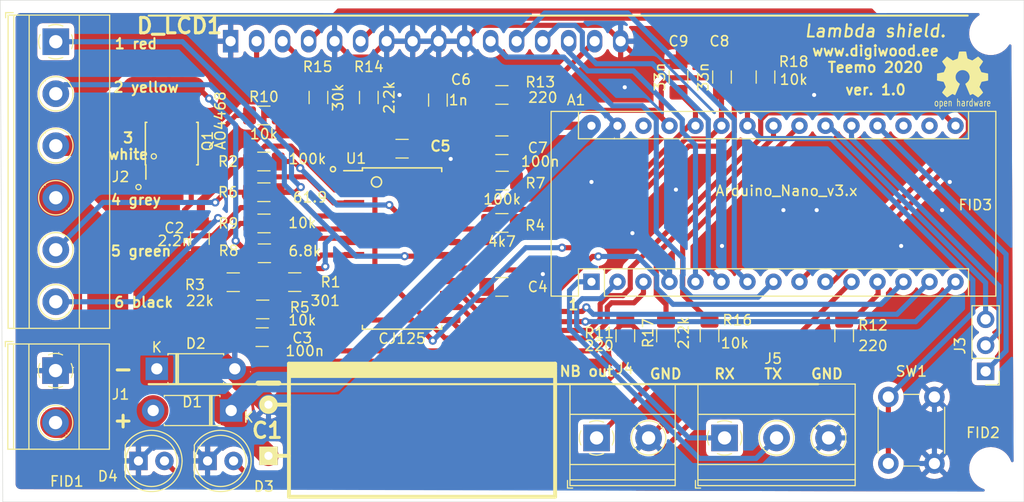
<source format=kicad_pcb>
(kicad_pcb (version 20200119) (host pcbnew "(5.99.0-1296-g952e7a5fb)")
  (title_block (title "Lambda shield") (date "2020-06-12") (rev "1.0") (company "www.digiwood.ee") (comment 1 "Koostanud:Teemo Vaas"))
  (layers (0 "F.Cu" signal) (31 "B.Cu" signal) (34 "B.Paste" user) (35 "F.Paste" user) (36 "B.SilkS" user) (37 "F.SilkS" user) (38 "B.Mask" user) (39 "F.Mask" user) (44 "Edge.Cuts" user))
  (net 0 "")
  (net 1 "SCK")
  (net 2 "MISO")
  (net 3 "Ubatt+")
  (net 4 "MOSI")
  (net 5 "GND")
  (net 6 "~SS")
  (net 7 "Net-(A1-Pad28)")
  (net 8 "Net-(A1-Pad12)")
  (net 9 "+5V")
  (net 10 "Net-(A1-Pad11)")
  (net 11 "UA_ADC")
  (net 12 "LCD_RS")
  (net 13 "UR_ADC")
  (net 14 "LCD_E")
  (net 15 "Net-(A1-Pad24)")
  (net 16 "LCD_D4")
  (net 17 "Net-(A1-Pad23)")
  (net 18 "LCD_D5")
  (net 19 "Net-(A1-Pad22)")
  (net 20 "LCD_D6")
  (net 21 "Net-(A1-Pad21)")
  (net 22 "LCD_D7")
  (net 23 "Net-(A1-Pad20)")
  (net 24 "Net-(A1-Pad19)")
  (net 25 "RESET")
  (net 26 "Net-(A1-Pad18)")
  (net 27 "RX")
  (net 28 "Net-(A1-Pad17)")
  (net 29 "TX")
  (net 30 "Net-(C2-Pad1)")
  (net 31 "Net-(C3-Pad2)")
  (net 32 "Net-(C3-Pad1)")
  (net 33 "Net-(C7-Pad1)")
  (net 34 "Net-(D3-Pad2)")
  (net 35 "Net-(D4-Pad2)")
  (net 36 "Net-(D_LCD1-Pad15)")
  (net 37 "Net-(D_LCD1-Pad3)")
  (net 38 "Net-(J2-Pad5)")
  (net 39 "Net-(J2-Pad3)")
  (net 40 "Net-(J2-Pad2)")
  (net 41 "Net-(J2-Pad1)")
  (net 42 "Net-(J4-Pad1)")
  (net 43 "Net-(R1-Pad2)")
  (net 44 "Net-(R2-Pad1)")
  (net 45 "Net-(R3-Pad2)")
  (net 46 "Net-(R4-Pad2)")
  (net 47 "Net-(R5-Pad2)")
  (net 48 "Net-(R7-Pad1)")
  (net 49 "Net-(R8-Pad1)")
  (net 50 "Net-(R9-Pad1)")
  (net 51 "/batt+")
  (module "Fiducial:Fiducial_1mm_Dia_2.54mm_Outer_CopperTop" (layer "F.Cu") (at 166.5 78)
    (fp_text reference "FID3" (at 0 2) (layer "F.SilkS"))
    (fp_text value "Fiducial_1mm_Dia_2.54mm_Outer_CopperTop")
    (pad "~" smd circle (at 0 0) (size 1 1) (layers "F.Cu" "F.Mask") (clearance 0.77))
  )
  (module "MountingHole:MountingHole_3.2mm_M3_ISO7380" (layer "F.Cu") (at 168 105.75)
    (fp_text reference "REF**" hide)
    (fp_text value "MountingHole_3.2mm_M3_ISO7380")
    (pad "1" np_thru_hole circle (at 0 0) (size 3.2 3.2) (drill 3.2) (layers *.Cu *.Mask))
  )
  (module "MountingHole:MountingHole_3.2mm_M3_ISO7380" (layer "F.Cu") (at 168 63.25)
    (fp_text reference "REF**" hide)
    (fp_text value "MountingHole_3.2mm_M3_ISO7380")
    (pad "1" np_thru_hole circle (at 0 0) (size 3.2 3.2) (drill 3.2) (layers *.Cu *.Mask))
  )
  (module "Fiducial:Fiducial_1mm_Dia_2.54mm_Outer_CopperTop" (layer "F.Cu") (at 167.25 100.25)
    (fp_text reference "FID2" (at 0 2) (layer "F.SilkS"))
    (fp_text value "Fiducial_1mm_Dia_2.54mm_Outer_CopperTop")
    (pad "~" smd circle (at 0 0) (size 1 1) (layers "F.Cu" "F.Mask") (clearance 0.77))
  )
  (module "Fiducial:Fiducial_1mm_Dia_2.54mm_Outer_CopperTop" (layer "F.Cu") (at 75 105.75)
    (fp_text reference "FID1" (at 2.75 1.25) (layer "F.SilkS"))
    (fp_text value "Fiducial_1mm_Dia_2.54mm_Outer_CopperTop")
    (pad "~" smd circle (at 0 0) (size 1 1) (layers "F.Cu" "F.Mask") (clearance 0.77))
  )
  (module "w_logo:Logo_silk_OSHW_6x6mm" (layer "F.Cu") (at 165.25 67.25)
    (fp_text reference "G***" hide)
    (fp_text value "LOGO" hide)
  )
  (module "Teemo_display:lcd_16x2_for_TBMAX_charger" (layer "F.Cu") (at 125.75 79.5)
    (fp_text reference "D_LCD1" (at -37 -17) (layer "F.SilkS") (effects (font (size 1.5 1.5) (thickness 0.3))))
    (fp_text value "DISPLAY_HD44780")
    (pad "16" thru_hole oval (at 6.1 -15.5) (size 1.5 2.2) (drill 1) (layers *.Cu *.Mask) (net 5 "GND"))
    (pad "15" thru_hole oval (at 3.56 -15.5) (size 1.5 2.2) (drill 1) (layers *.Cu *.Mask) (net 36 "Net-(D_LCD1-Pad15)"))
    (pad "14" thru_hole oval (at 1.02 -15.5) (size 1.5 2.2) (drill 1) (layers *.Cu *.Mask) (net 22 "LCD_D7"))
    (pad "13" thru_hole oval (at -1.52 -15.5) (size 1.5 2.2) (drill 1) (layers *.Cu *.Mask) (net 20 "LCD_D6"))
    (pad "12" thru_hole oval (at -4.06 -15.5) (size 1.5 2.2) (drill 1) (layers *.Cu *.Mask) (net 18 "LCD_D5"))
    (pad "11" thru_hole oval (at -6.6 -15.5) (size 1.5 2.2) (drill 1) (layers *.Cu *.Mask) (net 16 "LCD_D4"))
    (pad "10" thru_hole oval (at -9.14 -15.5) (size 1.5 2.2) (drill 1) (layers *.Cu *.Mask) (net 5 "GND"))
    (pad "9" thru_hole oval (at -11.68 -15.5) (size 1.5 2.2) (drill 1) (layers *.Cu *.Mask) (net 5 "GND"))
    (pad "8" thru_hole oval (at -14.22 -15.5) (size 1.5 2.2) (drill 1) (layers *.Cu *.Mask) (net 5 "GND"))
    (pad "7" thru_hole oval (at -16.76 -15.5) (size 1.5 2.2) (drill 1) (layers *.Cu *.Mask) (net 5 "GND"))
    (pad "6" thru_hole oval (at -19.3 -15.5) (size 1.5 2.2) (drill 1) (layers *.Cu *.Mask) (net 14 "LCD_E"))
    (pad "5" thru_hole oval (at -21.84 -15.5) (size 1.5 2.2) (drill 1) (layers *.Cu *.Mask) (net 5 "GND"))
    (pad "4" thru_hole oval (at -24.38 -15.5) (size 1.5 2.2) (drill 1) (layers *.Cu *.Mask) (net 12 "LCD_RS"))
    (pad "3" thru_hole oval (at -26.92 -15.5) (size 1.5 2.2) (drill 1) (layers *.Cu *.Mask) (net 37 "Net-(D_LCD1-Pad3)"))
    (pad "2" thru_hole oval (at -29.46 -15.5) (size 1.5 2.2) (drill 1) (layers *.Cu *.Mask) (net 9 "+5V"))
    (pad "1" thru_hole rect (at -32 -15.5) (size 1.5 2.2) (drill 1) (layers *.Cu *.Mask) (net 5 "GND"))
  )
  (module "Connector_PinHeader_2.54mm:PinHeader_1x03_P2.54mm_Vertical" (layer "F.Cu") (at 167.5 96.25 180)
    (fp_text reference "J3" (at 2.5 2.5 90) (layer "F.SilkS"))
    (fp_text value "extra")
    (pad "3" thru_hole oval (at 0 5.08 180) (size 1.7 1.7) (drill 1) (layers *.Cu *.Mask) (net 21 "Net-(A1-Pad21)"))
    (pad "2" thru_hole oval (at 0 2.54 180) (size 1.7 1.7) (drill 1) (layers *.Cu *.Mask) (net 23 "Net-(A1-Pad20)"))
    (pad "1" thru_hole rect (at 0 0 180) (size 1.7 1.7) (drill 1) (layers *.Cu *.Mask) (net 24 "Net-(A1-Pad19)"))
  )
  (module "Package_SO:SOIC-24W_7.5x15.4mm_P1.27mm" (layer "F.Cu") (at 110.5 84.25)
    (fp_text reference "U1" (at -4.5 -8.8) (layer "F.SilkS"))
    (fp_text value "CJ125" (at 0 8.8) (layer "F.SilkS"))
    (pad "24" smd rect (at 4.7 -6.985) (size 2 0.6) (layers "F.Cu" "F.Paste" "F.Mask") (net 5 "GND"))
    (pad "23" smd rect (at 4.7 -5.715) (size 2 0.6) (layers "F.Cu" "F.Paste" "F.Mask") (net 48 "Net-(R7-Pad1)"))
    (pad "22" smd rect (at 4.7 -4.445) (size 2 0.6) (layers "F.Cu" "F.Paste" "F.Mask") (net 33 "Net-(C7-Pad1)"))
    (pad "21" smd rect (at 4.7 -3.175) (size 2 0.6) (layers "F.Cu" "F.Paste" "F.Mask") (net 11 "UA_ADC"))
    (pad "20" smd rect (at 4.7 -1.905) (size 2 0.6) (layers "F.Cu" "F.Paste" "F.Mask") (net 44 "Net-(R2-Pad1)"))
    (pad "19" smd rect (at 4.7 -0.635) (size 2 0.6) (layers "F.Cu" "F.Paste" "F.Mask") (net 46 "Net-(R4-Pad2)"))
    (pad "18" smd rect (at 4.7 0.635) (size 2 0.6) (layers "F.Cu" "F.Paste" "F.Mask") (net 40 "Net-(J2-Pad2)"))
    (pad "17" smd rect (at 4.7 1.905) (size 2 0.6) (layers "F.Cu" "F.Paste" "F.Mask") (net 9 "+5V"))
    (pad "16" smd rect (at 4.7 3.175) (size 2 0.6) (layers "F.Cu" "F.Paste" "F.Mask") (net 6 "~SS"))
    (pad "15" smd rect (at 4.7 4.445) (size 2 0.6) (layers "F.Cu" "F.Paste" "F.Mask") (net 4 "MOSI"))
    (pad "14" smd rect (at 4.7 5.715) (size 2 0.6) (layers "F.Cu" "F.Paste" "F.Mask") (net 2 "MISO"))
    (pad "13" smd rect (at 4.7 6.985) (size 2 0.6) (layers "F.Cu" "F.Paste" "F.Mask") (net 1 "SCK"))
    (pad "12" smd rect (at -4.7 6.985) (size 2 0.6) (layers "F.Cu" "F.Paste" "F.Mask") (net 13 "UR_ADC"))
    (pad "11" smd rect (at -4.7 5.715) (size 2 0.6) (layers "F.Cu" "F.Paste" "F.Mask") (net 31 "Net-(C3-Pad2)"))
    (pad "10" smd rect (at -4.7 4.445) (size 2 0.6) (layers "F.Cu" "F.Paste" "F.Mask") (net 47 "Net-(R5-Pad2)"))
    (pad "9" smd rect (at -4.7 3.175) (size 2 0.6) (layers "F.Cu" "F.Paste" "F.Mask") (net 43 "Net-(R1-Pad2)"))
    (pad "8" smd rect (at -4.7 1.905) (size 2 0.6) (layers "F.Cu" "F.Paste" "F.Mask") (net 25 "RESET"))
    (pad "7" smd rect (at -4.7 0.635) (size 2 0.6) (layers "F.Cu" "F.Paste" "F.Mask") (net 49 "Net-(R8-Pad1)"))
    (pad "6" smd rect (at -4.7 -0.635) (size 2 0.6) (layers "F.Cu" "F.Paste" "F.Mask") (net 10 "Net-(A1-Pad11)"))
    (pad "5" smd rect (at -4.7 -1.905) (size 2 0.6) (layers "F.Cu" "F.Paste" "F.Mask") (net 50 "Net-(R9-Pad1)"))
    (pad "4" smd rect (at -4.7 -3.175) (size 2 0.6) (layers "F.Cu" "F.Paste" "F.Mask") (net 41 "Net-(J2-Pad1)"))
    (pad "3" smd rect (at -4.7 -4.445) (size 2 0.6) (layers "F.Cu" "F.Paste" "F.Mask") (net 38 "Net-(J2-Pad5)"))
    (pad "2" smd rect (at -4.7 -5.715) (size 2 0.6) (layers "F.Cu" "F.Paste" "F.Mask") (net 30 "Net-(C2-Pad1)"))
    (pad "1" smd rect (at -4.7 -6.985) (size 2 0.6) (layers "F.Cu" "F.Paste" "F.Mask") (net 3 "Ubatt+"))
  )
  (module "Button_Switch_THT:SW_PUSH_6mm_H7.3mm" (layer "F.Cu") (at 158 105.25 90)
    (fp_text reference "SW1" (at 9 2.25 180) (layer "F.SilkS"))
    (fp_text value "SW_Push")
    (pad "1" thru_hole circle (at 6.5 0 180) (size 2 2) (drill 1.1) (layers *.Cu *.Mask) (net 15 "Net-(A1-Pad24)"))
    (pad "2" thru_hole circle (at 6.5 4.5 180) (size 2 2) (drill 1.1) (layers *.Cu *.Mask) (net 5 "GND"))
    (pad "1" thru_hole circle (at 0 0 180) (size 2 2) (drill 1.1) (layers *.Cu *.Mask) (net 15 "Net-(A1-Pad24)"))
    (pad "2" thru_hole circle (at 0 4.5 180) (size 2 2) (drill 1.1) (layers *.Cu *.Mask) (net 5 "GND"))
  )
  (module "Resistor_SMD:R_1206_3216Metric" (layer "F.Cu") (at 146 67.5 -90)
    (fp_text reference "R18" (at -1.5 -2.75 180) (layer "F.SilkS"))
    (fp_text value "10k" (at 0.25 -2.75 180) (layer "F.SilkS"))
    (pad "2" smd roundrect (at 1.4 0 270) (size 1.25 1.75) (layers "F.Cu" "F.Paste" "F.Mask") (roundrect_rratio 0.2) (net 15 "Net-(A1-Pad24)"))
    (pad "1" smd roundrect (at -1.4 0 270) (size 1.25 1.75) (layers "F.Cu" "F.Paste" "F.Mask") (roundrect_rratio 0.2) (net 9 "+5V"))
  )
  (module "Resistor_SMD:R_1206_3216Metric" (layer "F.Cu") (at 136.281613 92.766177 -90)
    (fp_text reference "R17" (at -0.25 1.75 90) (layer "F.SilkS"))
    (fp_text value "2.2k" (at -0.266177 -1.718387 90) (layer "F.SilkS"))
    (pad "2" smd roundrect (at 1.4 0 270) (size 1.25 1.75) (layers "F.Cu" "F.Paste" "F.Mask") (roundrect_rratio 0.2) (net 42 "Net-(J4-Pad1)"))
    (pad "1" smd roundrect (at -1.4 0 270) (size 1.25 1.75) (layers "F.Cu" "F.Paste" "F.Mask") (roundrect_rratio 0.2) (net 17 "Net-(A1-Pad23)"))
  )
  (module "Resistor_SMD:R_1206_3216Metric" (layer "F.Cu") (at 140.532008 92.758138 -90)
    (fp_text reference "R16" (at -1.508138 -2.717992 180) (layer "F.SilkS"))
    (fp_text value "10k" (at 0.741862 -2.467992 180) (layer "F.SilkS"))
    (pad "2" smd roundrect (at 1.4 0 270) (size 1.25 1.75) (layers "F.Cu" "F.Paste" "F.Mask") (roundrect_rratio 0.2) (net 42 "Net-(J4-Pad1)"))
    (pad "1" smd roundrect (at -1.4 0 270) (size 1.25 1.75) (layers "F.Cu" "F.Paste" "F.Mask") (roundrect_rratio 0.2) (net 19 "Net-(A1-Pad22)"))
  )
  (module "Resistor_SMD:R_1206_3216Metric" (layer "F.Cu") (at 102.330914 69.5 -90)
    (fp_text reference "R15" (at -3 0.080914 180) (layer "F.SilkS"))
    (fp_text value "30k" (at 0 -1.919086 90) (layer "F.SilkS"))
    (pad "2" smd roundrect (at 1.4 0 270) (size 1.25 1.75) (layers "F.Cu" "F.Paste" "F.Mask") (roundrect_rratio 0.2) (net 9 "+5V"))
    (pad "1" smd roundrect (at -1.4 0 270) (size 1.25 1.75) (layers "F.Cu" "F.Paste" "F.Mask") (roundrect_rratio 0.2) (net 37 "Net-(D_LCD1-Pad3)"))
  )
  (module "Resistor_SMD:R_1206_3216Metric" (layer "F.Cu") (at 107.25 69.5 90)
    (fp_text reference "R14" (at 3 0 180) (layer "F.SilkS"))
    (fp_text value "2.2k" (at 0 2 270) (layer "F.SilkS"))
    (pad "2" smd roundrect (at 1.4 0 90) (size 1.25 1.75) (layers "F.Cu" "F.Paste" "F.Mask") (roundrect_rratio 0.2) (net 37 "Net-(D_LCD1-Pad3)"))
    (pad "1" smd roundrect (at -1.4 0 90) (size 1.25 1.75) (layers "F.Cu" "F.Paste" "F.Mask") (roundrect_rratio 0.2) (net 5 "GND"))
  )
  (module "Resistor_SMD:R_1206_3216Metric" (layer "F.Cu") (at 120.25 69.25)
    (fp_text reference "R13" (at 3.75 -1.25) (layer "F.SilkS"))
    (fp_text value "220" (at 4 0.25) (layer "F.SilkS"))
    (pad "2" smd roundrect (at 1.4 0) (size 1.25 1.75) (layers "F.Cu" "F.Paste" "F.Mask") (roundrect_rratio 0.2) (net 36 "Net-(D_LCD1-Pad15)"))
    (pad "1" smd roundrect (at -1.4 0) (size 1.25 1.75) (layers "F.Cu" "F.Paste" "F.Mask") (roundrect_rratio 0.2) (net 9 "+5V"))
  )
  (module "Resistor_SMD:R_1206_3216Metric" (layer "F.Cu") (at 153.6842 92.761365 -90)
    (fp_text reference "R12" (at -1.011365 -2.8158 180) (layer "F.SilkS"))
    (fp_text value "220" (at 0.988635 -2.8158 180) (layer "F.SilkS"))
    (pad "2" smd roundrect (at 1.4 0 270) (size 1.25 1.75) (layers "F.Cu" "F.Paste" "F.Mask") (roundrect_rratio 0.2) (net 35 "Net-(D4-Pad2)"))
    (pad "1" smd roundrect (at -1.4 0 270) (size 1.25 1.75) (layers "F.Cu" "F.Paste" "F.Mask") (roundrect_rratio 0.2) (net 8 "Net-(A1-Pad12)"))
  )
  (module "Resistor_SMD:R_1206_3216Metric" (layer "F.Cu") (at 132.308368 92.761928 -90)
    (fp_text reference "R11" (at -0.261928 2.558368) (layer "F.SilkS"))
    (fp_text value "220" (at 0.988072 2.558368 180) (layer "F.SilkS"))
    (pad "2" smd roundrect (at 1.4 0 270) (size 1.25 1.75) (layers "F.Cu" "F.Paste" "F.Mask") (roundrect_rratio 0.2) (net 34 "Net-(D3-Pad2)"))
    (pad "1" smd roundrect (at -1.4 0 270) (size 1.25 1.75) (layers "F.Cu" "F.Paste" "F.Mask") (roundrect_rratio 0.2) (net 10 "Net-(A1-Pad11)"))
  )
  (module "Resistor_SMD:R_1206_3216Metric" (layer "F.Cu") (at 97 71.25)
    (fp_text reference "R10" (at 0 -1.82) (layer "F.SilkS"))
    (fp_text value "10k" (at 0 1.82) (layer "F.SilkS"))
    (pad "2" smd roundrect (at 1.4 0) (size 1.25 1.75) (layers "F.Cu" "F.Paste" "F.Mask") (roundrect_rratio 0.2) (net 5 "GND"))
    (pad "1" smd roundrect (at -1.4 0) (size 1.25 1.75) (layers "F.Cu" "F.Paste" "F.Mask") (roundrect_rratio 0.2) (net 10 "Net-(A1-Pad11)"))
  )
  (module "Resistor_SMD:R_1206_3216Metric" (layer "F.Cu") (at 97.015068 81.799354 180)
    (fp_text reference "R9" (at 3.5 0) (layer "F.SilkS"))
    (fp_text value "10k" (at -3.734932 0.049354) (layer "F.SilkS"))
    (pad "2" smd roundrect (at 1.4 0 180) (size 1.25 1.75) (layers "F.Cu" "F.Paste" "F.Mask") (roundrect_rratio 0.2) (net 5 "GND"))
    (pad "1" smd roundrect (at -1.4 0 180) (size 1.25 1.75) (layers "F.Cu" "F.Paste" "F.Mask") (roundrect_rratio 0.2) (net 50 "Net-(R9-Pad1)"))
  )
  (module "Resistor_SMD:R_1206_3216Metric" (layer "F.Cu") (at 97.05187 84.715751 180)
    (fp_text reference "R8" (at 3.5 0.25) (layer "F.SilkS"))
    (fp_text value "6.8k" (at -3.94813 0.215751) (layer "F.SilkS"))
    (pad "2" smd roundrect (at 1.4 0 180) (size 1.25 1.75) (layers "F.Cu" "F.Paste" "F.Mask") (roundrect_rratio 0.2) (net 39 "Net-(J2-Pad3)"))
    (pad "1" smd roundrect (at -1.4 0 180) (size 1.25 1.75) (layers "F.Cu" "F.Paste" "F.Mask") (roundrect_rratio 0.2) (net 49 "Net-(R8-Pad1)"))
  )
  (module "Resistor_SMD:R_1206_3216Metric" (layer "F.Cu") (at 120.276691 77.61638)
    (fp_text reference "R7" (at 3.25 0.25) (layer "F.SilkS"))
    (fp_text value "100k" (at 0 1.82) (layer "F.SilkS"))
    (pad "2" smd roundrect (at 1.4 0) (size 1.25 1.75) (layers "F.Cu" "F.Paste" "F.Mask") (roundrect_rratio 0.2) (net 33 "Net-(C7-Pad1)"))
    (pad "1" smd roundrect (at -1.4 0) (size 1.25 1.75) (layers "F.Cu" "F.Paste" "F.Mask") (roundrect_rratio 0.2) (net 48 "Net-(R7-Pad1)"))
  )
  (module "Resistor_SMD:R_1206_3216Metric" (layer "F.Cu") (at 97 78.752972)
    (fp_text reference "R6" (at -3.5 0) (layer "F.SilkS"))
    (fp_text value "61.9" (at 4.5 0.497028) (layer "F.SilkS"))
    (pad "2" smd roundrect (at 1.4 0) (size 1.25 1.75) (layers "F.Cu" "F.Paste" "F.Mask") (roundrect_rratio 0.2) (net 41 "Net-(J2-Pad1)"))
    (pad "1" smd roundrect (at -1.4 0) (size 1.25 1.75) (layers "F.Cu" "F.Paste" "F.Mask") (roundrect_rratio 0.2) (net 38 "Net-(J2-Pad5)"))
  )
  (module "Resistor_SMD:R_1206_3216Metric" (layer "F.Cu") (at 96.8894 90.19944)
    (fp_text reference "R5" (at 3.6106 -0.197943) (layer "F.SilkS"))
    (fp_text value "10k" (at 3.8606 1.05056) (layer "F.SilkS"))
    (pad "2" smd roundrect (at 1.4 0) (size 1.25 1.75) (layers "F.Cu" "F.Paste" "F.Mask") (roundrect_rratio 0.2) (net 47 "Net-(R5-Pad2)"))
    (pad "1" smd roundrect (at -1.4 0) (size 1.25 1.75) (layers "F.Cu" "F.Paste" "F.Mask") (roundrect_rratio 0.2) (net 45 "Net-(R3-Pad2)"))
  )
  (module "Resistor_SMD:R_1206_3216Metric" (layer "F.Cu") (at 120.25 81.75)
    (fp_text reference "R4" (at 3.25 0.25) (layer "F.SilkS"))
    (fp_text value "4k7" (at 0 1.82) (layer "F.SilkS"))
    (pad "2" smd roundrect (at 1.4 0) (size 1.25 1.75) (layers "F.Cu" "F.Paste" "F.Mask") (roundrect_rratio 0.2) (net 46 "Net-(R4-Pad2)"))
    (pad "1" smd roundrect (at -1.4 0) (size 1.25 1.75) (layers "F.Cu" "F.Paste" "F.Mask") (roundrect_rratio 0.2) (net 44 "Net-(R2-Pad1)"))
  )
  (module "Resistor_SMD:R_1206_3216Metric" (layer "F.Cu") (at 94.009242 87.542399)
    (fp_text reference "R3" (at -3.75 0.25) (layer "F.SilkS"))
    (fp_text value "22k" (at -3.259242 1.82) (layer "F.SilkS"))
    (pad "2" smd roundrect (at 1.4 0) (size 1.25 1.75) (layers "F.Cu" "F.Paste" "F.Mask") (roundrect_rratio 0.2) (net 45 "Net-(R3-Pad2)"))
    (pad "1" smd roundrect (at -1.4 0) (size 1.25 1.75) (layers "F.Cu" "F.Paste" "F.Mask") (roundrect_rratio 0.2) (net 32 "Net-(C3-Pad1)"))
  )
  (module "Resistor_SMD:R_1206_3216Metric" (layer "F.Cu") (at 97 75.750001 180)
    (fp_text reference "R2" (at 3.5 0) (layer "F.SilkS"))
    (fp_text value "100k" (at -4.25 0.250001) (layer "F.SilkS"))
    (pad "2" smd roundrect (at 1.4 0 180) (size 1.25 1.75) (layers "F.Cu" "F.Paste" "F.Mask") (roundrect_rratio 0.2) (net 30 "Net-(C2-Pad1)"))
    (pad "1" smd roundrect (at -1.4 0 180) (size 1.25 1.75) (layers "F.Cu" "F.Paste" "F.Mask") (roundrect_rratio 0.2) (net 44 "Net-(R2-Pad1)"))
  )
  (module "Resistor_SMD:R_1206_3216Metric" (layer "F.Cu") (at 100.015894 87.53486)
    (fp_text reference "R1" (at 3.5 0) (layer "F.SilkS"))
    (fp_text value "301" (at 2.984106 1.82) (layer "F.SilkS"))
    (pad "2" smd roundrect (at 1.4 0) (size 1.25 1.75) (layers "F.Cu" "F.Paste" "F.Mask") (roundrect_rratio 0.2) (net 43 "Net-(R1-Pad2)"))
    (pad "1" smd roundrect (at -1.4 0) (size 1.25 1.75) (layers "F.Cu" "F.Paste" "F.Mask") (roundrect_rratio 0.2) (net 40 "Net-(J2-Pad2)"))
  )
  (module "Package_SO:SOIC-8_3.9x4.9mm_P1.27mm" (layer "F.Cu") (at 88 74 90)
    (fp_text reference "Q1" (at 0.25 3.5 90) (layer "F.SilkS"))
    (fp_text value "AO4468" (at 2.25 4.75 270) (layer "F.SilkS"))
    (pad "8" smd rect (at 2.7 -1.905 90) (size 1.55 0.6) (layers "F.Cu" "F.Paste" "F.Mask") (net 39 "Net-(J2-Pad3)"))
    (pad "7" smd rect (at 2.7 -0.635 90) (size 1.55 0.6) (layers "F.Cu" "F.Paste" "F.Mask") (net 39 "Net-(J2-Pad3)"))
    (pad "6" smd rect (at 2.7 0.635 90) (size 1.55 0.6) (layers "F.Cu" "F.Paste" "F.Mask") (net 39 "Net-(J2-Pad3)"))
    (pad "5" smd rect (at 2.7 1.905 90) (size 1.55 0.6) (layers "F.Cu" "F.Paste" "F.Mask") (net 39 "Net-(J2-Pad3)"))
    (pad "4" smd rect (at -2.7 1.905 90) (size 1.55 0.6) (layers "F.Cu" "F.Paste" "F.Mask") (net 10 "Net-(A1-Pad11)"))
    (pad "3" smd rect (at -2.7 0.635 90) (size 1.55 0.6) (layers "F.Cu" "F.Paste" "F.Mask") (net 5 "GND"))
    (pad "2" smd rect (at -2.7 -0.635 90) (size 1.55 0.6) (layers "F.Cu" "F.Paste" "F.Mask") (net 5 "GND"))
    (pad "1" smd rect (at -2.7 -1.905 90) (size 1.55 0.6) (layers "F.Cu" "F.Paste" "F.Mask") (net 5 "GND"))
  )
  (module "TerminalBlock_Phoenix:TerminalBlock_Phoenix_MKDS-1,5-3-5.08_1x03_P5.08mm_Horizontal" (layer "F.Cu") (at 142 102.75)
    (fp_text reference "J5" (at 4.75 -7.75) (layer "F.SilkS"))
    (fp_text value "UART")
    (pad "3" thru_hole circle (at 10.16 0) (size 2.6 2.6) (drill 1.3) (layers *.Cu *.Mask) (net 5 "GND"))
    (pad "2" thru_hole circle (at 5.08 0) (size 2.6 2.6) (drill 1.3) (layers *.Cu *.Mask) (net 29 "TX"))
    (pad "1" thru_hole rect (at 0 0) (size 2.6 2.6) (drill 1.3) (layers *.Cu *.Mask) (net 27 "RX"))
  )
  (module "TerminalBlock_Phoenix:TerminalBlock_Phoenix_MKDS-1,5-2-5.08_1x02_P5.08mm_Horizontal" (layer "F.Cu") (at 129.5 102.75)
    (fp_text reference "J4" (at 2.75 -6.75) (layer "F.SilkS"))
    (fp_text value "NarrowB out")
    (pad "2" thru_hole circle (at 5.08 0) (size 2.6 2.6) (drill 1.3) (layers *.Cu *.Mask) (net 5 "GND"))
    (pad "1" thru_hole rect (at 0 0) (size 2.6 2.6) (drill 1.3) (layers *.Cu *.Mask) (net 42 "Net-(J4-Pad1)"))
  )
  (module "TerminalBlock_Phoenix:TerminalBlock_Phoenix_MKDS-1,5-6-5.08_1x06_P5.08mm_Horizontal" (layer "F.Cu") (at 76.675 64.05 -90)
    (fp_text reference "J2" (at 13.2 -6.325 180) (layer "F.SilkS"))
    (fp_text value "LSU4.9")
    (pad "6" thru_hole circle (at 25.4 0 270) (size 2.6 2.6) (drill 1.3) (layers *.Cu *.Mask) (net 30 "Net-(C2-Pad1)"))
    (pad "5" thru_hole circle (at 20.32 0 270) (size 2.6 2.6) (drill 1.3) (layers *.Cu *.Mask) (net 38 "Net-(J2-Pad5)"))
    (pad "4" thru_hole circle (at 15.24 0 270) (size 2.6 2.6) (drill 1.3) (layers *.Cu *.Mask) (net 3 "Ubatt+"))
    (pad "3" thru_hole circle (at 10.16 0 270) (size 2.6 2.6) (drill 1.3) (layers *.Cu *.Mask) (net 39 "Net-(J2-Pad3)"))
    (pad "2" thru_hole circle (at 5.08 0 270) (size 2.6 2.6) (drill 1.3) (layers *.Cu *.Mask) (net 40 "Net-(J2-Pad2)"))
    (pad "1" thru_hole rect (at 0 0 270) (size 2.6 2.6) (drill 1.3) (layers *.Cu *.Mask) (net 41 "Net-(J2-Pad1)"))
  )
  (module "TerminalBlock_Phoenix:TerminalBlock_Phoenix_MKDS-1,5-2-5.08_1x02_P5.08mm_Horizontal" (layer "F.Cu") (at 76.65 96.175 -90)
    (fp_text reference "J1" (at 2.325 -6.35 180) (layer "F.SilkS"))
    (fp_text value "Power")
    (pad "2" thru_hole circle (at 5.08 0 270) (size 2.6 2.6) (drill 1.3) (layers *.Cu *.Mask) (net 51 "/batt+"))
    (pad "1" thru_hole rect (at 0 0 270) (size 2.6 2.6) (drill 1.3) (layers *.Cu *.Mask) (net 5 "GND"))
  )
  (module "LED_THT:LED_D5.0mm" (layer "F.Cu") (at 84.75 105)
    (fp_text reference "D4" (at -3 1.5) (layer "F.SilkS"))
    (fp_text value "LED")
    (pad "2" thru_hole circle (at 2.54 0) (size 1.8 1.8) (drill 0.9) (layers *.Cu *.Mask) (net 35 "Net-(D4-Pad2)"))
    (pad "1" thru_hole rect (at 0 0) (size 1.8 1.8) (drill 0.9) (layers *.Cu *.Mask) (net 5 "GND"))
  )
  (module "LED_THT:LED_D5.0mm" (layer "F.Cu") (at 91.5 105)
    (fp_text reference "D3" (at 5.5 2.5) (layer "F.SilkS"))
    (fp_text value "LED")
    (pad "2" thru_hole circle (at 2.54 0) (size 1.8 1.8) (drill 0.9) (layers *.Cu *.Mask) (net 34 "Net-(D3-Pad2)"))
    (pad "1" thru_hole rect (at 0 0) (size 1.8 1.8) (drill 0.9) (layers *.Cu *.Mask) (net 5 "GND"))
  )
  (module "Diode_THT:D_DO-41_SOD81_P7.62mm_Horizontal" (layer "F.Cu") (at 86.540047 96)
    (fp_text reference "D2" (at 3.81 -2.47) (layer "F.SilkS"))
    (fp_text value "20V Zener")
    (fp_text user "K" (at 0 -2.1) (layer "F.SilkS"))
    (pad "2" thru_hole oval (at 7.62 0) (size 2.2 2.2) (drill 1.1) (layers *.Cu *.Mask) (net 5 "GND"))
    (pad "1" thru_hole rect (at 0 0) (size 2.2 2.2) (drill 1.1) (layers *.Cu *.Mask) (net 3 "Ubatt+"))
  )
  (module "Diode_THT:D_DO-41_SOD81_P7.62mm_Horizontal" (layer "F.Cu") (at 93.807349 100.07471 180)
    (fp_text reference "D1" (at 3.807349 0.82471) (layer "F.SilkS"))
    (fp_text value "1N4936")
    (fp_text user "K" (at -1.692651 -0.67529) (layer "F.SilkS"))
    (pad "2" thru_hole oval (at 7.62 0 180) (size 2.2 2.2) (drill 1.1) (layers *.Cu *.Mask) (net 51 "/batt+"))
    (pad "1" thru_hole rect (at 0 0 180) (size 2.2 2.2) (drill 1.1) (layers *.Cu *.Mask) (net 3 "Ubatt+"))
  )
  (module "Capacitor_SMD:C_1206_3216Metric_Pad1.42x1.75mm_HandSolder" (layer "F.Cu") (at 137.5 67.5 -90)
    (fp_text reference "C9" (at -3.5 0 180) (layer "F.SilkS"))
    (fp_text value "33n" (at 0 1.82 90) (layer "F.SilkS"))
    (pad "2" smd roundrect (at 1.4875 0 270) (size 1.425 1.75) (layers "F.Cu" "F.Paste" "F.Mask") (roundrect_rratio 0.1754385964912281) (net 11 "UA_ADC"))
    (pad "1" smd roundrect (at -1.4875 0 270) (size 1.425 1.75) (layers "F.Cu" "F.Paste" "F.Mask") (roundrect_rratio 0.1754385964912281) (net 5 "GND"))
  )
  (module "Capacitor_SMD:C_1206_3216Metric_Pad1.42x1.75mm_HandSolder" (layer "F.Cu") (at 141.75 67.5 -90)
    (fp_text reference "C8" (at -3.5 0.25 180) (layer "F.SilkS"))
    (fp_text value "33n" (at 0 1.82 90) (layer "F.SilkS"))
    (pad "2" smd roundrect (at 1.4875 0 270) (size 1.425 1.75) (layers "F.Cu" "F.Paste" "F.Mask") (roundrect_rratio 0.1754385964912281) (net 13 "UR_ADC"))
    (pad "1" smd roundrect (at -1.4875 0 270) (size 1.425 1.75) (layers "F.Cu" "F.Paste" "F.Mask") (roundrect_rratio 0.1754385964912281) (net 5 "GND"))
  )
  (module "Capacitor_SMD:C_1206_3216Metric_Pad1.42x1.75mm_HandSolder" (layer "F.Cu") (at 120.25 74.162263)
    (fp_text reference "C7" (at 3.5 0.25) (layer "F.SilkS"))
    (fp_text value "100n" (at 3.75 1.587737) (layer "F.SilkS"))
    (pad "2" smd roundrect (at 1.4875 0) (size 1.425 1.75) (layers "F.Cu" "F.Paste" "F.Mask") (roundrect_rratio 0.1754385964912281) (net 5 "GND"))
    (pad "1" smd roundrect (at -1.4875 0) (size 1.425 1.75) (layers "F.Cu" "F.Paste" "F.Mask") (roundrect_rratio 0.1754385964912281) (net 33 "Net-(C7-Pad1)"))
  )
  (module "Capacitor_SMD:C_1206_3216Metric_Pad1.42x1.75mm_HandSolder" (layer "F.Cu") (at 114 69.75 90)
    (fp_text reference "C6" (at 2 2.25 180) (layer "F.SilkS"))
    (fp_text value "1n" (at 0 2 180) (layer "F.SilkS"))
    (pad "2" smd roundrect (at 1.4875 0 90) (size 1.425 1.75) (layers "F.Cu" "F.Paste" "F.Mask") (roundrect_rratio 0.1754385964912281) (net 5 "GND"))
    (pad "1" smd roundrect (at -1.4875 0 90) (size 1.425 1.75) (layers "F.Cu" "F.Paste" "F.Mask") (roundrect_rratio 0.1754385964912281) (net 25 "RESET"))
  )
  (module "Capacitor_SMD:C_1206_3216Metric_Pad1.42x1.75mm_HandSolder" (layer "F.Cu") (at 110.5 74.5)
    (fp_text reference "C5" (at 3.75 -0.25) (layer "F.SilkS") (effects (font (thickness 0.2))))
    (fp_text value "100n")
    (pad "2" smd roundrect (at 1.4875 0) (size 1.425 1.75) (layers "F.Cu" "F.Paste" "F.Mask") (roundrect_rratio 0.1754385964912281) (net 5 "GND"))
    (pad "1" smd roundrect (at -1.4875 0) (size 1.425 1.75) (layers "F.Cu" "F.Paste" "F.Mask") (roundrect_rratio 0.1754385964912281) (net 3 "Ubatt+"))
  )
  (module "Capacitor_SMD:C_1206_3216Metric_Pad1.42x1.75mm_HandSolder" (layer "F.Cu") (at 120.25 88)
    (fp_text reference "C4" (at 3.5 0) (layer "F.SilkS"))
    (fp_text value "100n")
    (pad "2" smd roundrect (at 1.4875 0) (size 1.425 1.75) (layers "F.Cu" "F.Paste" "F.Mask") (roundrect_rratio 0.1754385964912281) (net 5 "GND"))
    (pad "1" smd roundrect (at -1.4875 0) (size 1.425 1.75) (layers "F.Cu" "F.Paste" "F.Mask") (roundrect_rratio 0.1754385964912281) (net 9 "+5V"))
  )
  (module "Capacitor_SMD:C_1206_3216Metric_Pad1.42x1.75mm_HandSolder" (layer "F.Cu") (at 96.832562 92.909523)
    (fp_text reference "C3" (at 3.917438 0.090477) (layer "F.SilkS"))
    (fp_text value "100n" (at 4.167438 1.340477) (layer "F.SilkS"))
    (pad "2" smd roundrect (at 1.4875 0) (size 1.425 1.75) (layers "F.Cu" "F.Paste" "F.Mask") (roundrect_rratio 0.1754385964912281) (net 31 "Net-(C3-Pad2)"))
    (pad "1" smd roundrect (at -1.4875 0) (size 1.425 1.75) (layers "F.Cu" "F.Paste" "F.Mask") (roundrect_rratio 0.1754385964912281) (net 32 "Net-(C3-Pad1)"))
  )
  (module "Capacitor_SMD:C_1206_3216Metric_Pad1.42x1.75mm_HandSolder" (layer "F.Cu") (at 90.75 83.25 -90)
    (fp_text reference "C2" (at -1 2.5 180) (layer "F.SilkS"))
    (fp_text value "2.2n" (at 0.25 2.5 180) (layer "F.SilkS"))
    (pad "2" smd roundrect (at 1.4875 0 270) (size 1.425 1.75) (layers "F.Cu" "F.Paste" "F.Mask") (roundrect_rratio 0.1754385964912281) (net 5 "GND"))
    (pad "1" smd roundrect (at -1.4875 0 270) (size 1.425 1.75) (layers "F.Cu" "F.Paste" "F.Mask") (roundrect_rratio 0.1754385964912281) (net 30 "Net-(C2-Pad1)"))
  )
  (module "w_capacitors:CP_12.5x25mm_hor" (layer "F.Cu") (at 111.25 102)
    (fp_text reference "C1" (at -13.925 0.025) (layer "F.SilkS") (effects (font (size 1.5 1.5) (thickness 0.3))))
    (fp_text value "1000uF 35V" hide)
    (pad "2" thru_hole circle (at -13.8 -2.5) (size 1.8 1.8) (drill 0.8) (layers *.Cu *.Mask "F.SilkS") (net 5 "GND"))
    (pad "1" thru_hole rect (at -13.8 2.5) (size 1.8 1.8) (drill 0.8) (layers *.Cu *.Mask "F.SilkS") (net 3 "Ubatt+"))
  )
  (module "Module:Arduino_Nano" (layer "F.Cu") (at 129 87.5 90)
    (fp_text reference "A1" (at 17.75 -1.5 180) (layer "F.SilkS"))
    (fp_text value "Arduino_Nano_v3.x" (at 8.89 19.05) (layer "F.SilkS"))
    (pad "16" thru_hole oval (at 15.24 35.56 90) (size 1.6 1.6) (drill 0.8) (layers *.Cu *.Mask) (net 1 "SCK"))
    (pad "15" thru_hole oval (at 0 35.56 90) (size 1.6 1.6) (drill 0.8) (layers *.Cu *.Mask) (net 2 "MISO"))
    (pad "30" thru_hole oval (at 15.24 0 90) (size 1.6 1.6) (drill 0.8) (layers *.Cu *.Mask) (net 3 "Ubatt+"))
    (pad "14" thru_hole oval (at 0 33.02 90) (size 1.6 1.6) (drill 0.8) (layers *.Cu *.Mask) (net 4 "MOSI"))
    (pad "29" thru_hole oval (at 15.24 2.54 90) (size 1.6 1.6) (drill 0.8) (layers *.Cu *.Mask) (net 5 "GND"))
    (pad "13" thru_hole oval (at 0 30.48 90) (size 1.6 1.6) (drill 0.8) (layers *.Cu *.Mask) (net 6 "~SS"))
    (pad "28" thru_hole oval (at 15.24 5.08 90) (size 1.6 1.6) (drill 0.8) (layers *.Cu *.Mask) (net 7 "Net-(A1-Pad28)"))
    (pad "12" thru_hole oval (at 0 27.94 90) (size 1.6 1.6) (drill 0.8) (layers *.Cu *.Mask) (net 8 "Net-(A1-Pad12)"))
    (pad "27" thru_hole oval (at 15.24 7.62 90) (size 1.6 1.6) (drill 0.8) (layers *.Cu *.Mask) (net 9 "+5V"))
    (pad "11" thru_hole oval (at 0 25.4 90) (size 1.6 1.6) (drill 0.8) (layers *.Cu *.Mask) (net 10 "Net-(A1-Pad11)"))
    (pad "26" thru_hole oval (at 15.24 10.16 90) (size 1.6 1.6) (drill 0.8) (layers *.Cu *.Mask) (net 11 "UA_ADC"))
    (pad "10" thru_hole oval (at 0 22.86 90) (size 1.6 1.6) (drill 0.8) (layers *.Cu *.Mask) (net 12 "LCD_RS"))
    (pad "25" thru_hole oval (at 15.24 12.7 90) (size 1.6 1.6) (drill 0.8) (layers *.Cu *.Mask) (net 13 "UR_ADC"))
    (pad "9" thru_hole oval (at 0 20.32 90) (size 1.6 1.6) (drill 0.8) (layers *.Cu *.Mask) (net 14 "LCD_E"))
    (pad "24" thru_hole oval (at 15.24 15.24 90) (size 1.6 1.6) (drill 0.8) (layers *.Cu *.Mask) (net 15 "Net-(A1-Pad24)"))
    (pad "8" thru_hole oval (at 0 17.78 90) (size 1.6 1.6) (drill 0.8) (layers *.Cu *.Mask) (net 16 "LCD_D4"))
    (pad "23" thru_hole oval (at 15.24 17.78 90) (size 1.6 1.6) (drill 0.8) (layers *.Cu *.Mask) (net 17 "Net-(A1-Pad23)"))
    (pad "7" thru_hole oval (at 0 15.24 90) (size 1.6 1.6) (drill 0.8) (layers *.Cu *.Mask) (net 18 "LCD_D5"))
    (pad "22" thru_hole oval (at 15.24 20.32 90) (size 1.6 1.6) (drill 0.8) (layers *.Cu *.Mask) (net 19 "Net-(A1-Pad22)"))
    (pad "6" thru_hole oval (at 0 12.7 90) (size 1.6 1.6) (drill 0.8) (layers *.Cu *.Mask) (net 20 "LCD_D6"))
    (pad "21" thru_hole oval (at 15.24 22.86 90) (size 1.6 1.6) (drill 0.8) (layers *.Cu *.Mask) (net 21 "Net-(A1-Pad21)"))
    (pad "5" thru_hole oval (at 0 10.16 90) (size 1.6 1.6) (drill 0.8) (layers *.Cu *.Mask) (net 22 "LCD_D7"))
    (pad "20" thru_hole oval (at 15.24 25.4 90) (size 1.6 1.6) (drill 0.8) (layers *.Cu *.Mask) (net 23 "Net-(A1-Pad20)"))
    (pad "4" thru_hole oval (at 0 7.62 90) (size 1.6 1.6) (drill 0.8) (layers *.Cu *.Mask) (net 5 "GND"))
    (pad "19" thru_hole oval (at 15.24 27.94 90) (size 1.6 1.6) (drill 0.8) (layers *.Cu *.Mask) (net 24 "Net-(A1-Pad19)"))
    (pad "3" thru_hole oval (at 0 5.08 90) (size 1.6 1.6) (drill 0.8) (layers *.Cu *.Mask) (net 25 "RESET"))
    (pad "18" thru_hole oval (at 15.24 30.48 90) (size 1.6 1.6) (drill 0.8) (layers *.Cu *.Mask) (net 26 "Net-(A1-Pad18)"))
    (pad "2" thru_hole oval (at 0 2.54 90) (size 1.6 1.6) (drill 0.8) (layers *.Cu *.Mask) (net 27 "RX"))
    (pad "17" thru_hole oval (at 15.24 33.02 90) (size 1.6 1.6) (drill 0.8) (layers *.Cu *.Mask) (net 28 "Net-(A1-Pad17)"))
    (pad "1" thru_hole rect (at 0 0 90) (size 1.6 1.6) (drill 0.8) (layers *.Cu *.Mask) (net 29 "TX"))
  )
  (gr_circle (center 84.75 78.25) (end 85 78.25) (layer "F.SilkS") (width 0.12))
  (gr_circle (center 86.25 75.25) (end 86.5 75.25) (layer "F.SilkS") (width 0.12))
  (gr_text "ver. 1.0" (at 156.75 68.75) (layer "F.SilkS") (effects (font (size 1 1) (thickness 0.2))))
  (gr_text "www.digiwood.ee\nTeemo 2020" (at 156.75 65.75) (layer "F.SilkS") (effects (font (size 1 1) (thickness 0.2))))
  (gr_text "Lambda shield." (at 156.75 63) (layer "F.SilkS") (effects (font (size 1.2 1.2) (thickness 0.2) italic)))
  (gr_text "1" (at 127.25 89.75) (layer "F.SilkS") (effects (font (size 1 1) (thickness 0.2))))
  (gr_circle (center 103.75 76.5) (end 104 76.5) (layer "F.SilkS") (width 0.15))
  (gr_circle (center 108 77.75) (end 108.5 77.75) (layer "F.SilkS") (width 0.15))
  (gr_text "NB out" (at 128.5 96.25) (layer "F.SilkS") (effects (font (size 1 1) (thickness 0.2))))
  (gr_text "GND" (at 136.25 96.5) (layer "F.SilkS") (effects (font (size 1 1) (thickness 0.2))))
  (gr_text "GND" (at 152 96.5) (layer "F.SilkS") (effects (font (size 1 1) (thickness 0.2))))
  (gr_text "TX" (at 146.75 96.5) (layer "F.SilkS") (effects (font (size 1 1) (thickness 0.2))))
  (gr_text "RX" (at 142 96.5) (layer "F.SilkS") (effects (font (size 1 1) (thickness 0.2))))
  (gr_text "6 black" (at 85.25 89.5) (layer "F.SilkS") (effects (font (size 1 1) (thickness 0.2))))
  (gr_text "5 green" (at 85 84.5) (layer "F.SilkS") (effects (font (size 1 1) (thickness 0.2))))
  (gr_text "4 grey" (at 84.5 79.5) (layer "F.SilkS") (effects (font (size 1 1) (thickness 0.2))))
  (gr_text "3\nwhite" (at 83.75 74.25) (layer "F.SilkS") (effects (font (size 1 1) (thickness 0.2))))
  (gr_text "2 yellow" (at 85.5 68.5) (layer "F.SilkS") (effects (font (size 1 1) (thickness 0.2))))
  (gr_text "1 red" (at 84.5 64.25) (layer "F.SilkS") (effects (font (size 1 1) (thickness 0.2))))
  (gr_text "-" (at 83.25 96) (layer "F.SilkS") (effects (font (size 1.5 1.5) (thickness 0.3)) (justify mirror)))
  (gr_text "+" (at 83.25 101) (layer "F.SilkS") (effects (font (size 1.5 1.5) (thickness 0.3)) (justify mirror)))
  (gr_line (start 171.25 60) (end 171.25 109) (layer "Edge.Cuts") (width 0.05))
  (gr_line (start 71.5 109) (end 171.25 109) (layer "Edge.Cuts") (width 0.05))
  (gr_line (start 71.25 60) (end 71.5 109) (layer "Edge.Cuts") (width 0.05))
  (gr_line (start 171.25 60) (end 71.25 60) (layer "Edge.Cuts") (width 0.05))
  (via (at 132.25 68.5) (size 0.8) (drill 0.4) (layers "F.Cu" "B.Cu") (net 5))
  (via (at 141.75 84) (size 0.8) (drill 0.4) (layers "F.Cu" "B.Cu") (net 5))
  (via (at 133 82.75) (size 0.8) (drill 0.4) (layers "F.Cu" "B.Cu") (net 5))
  (via (at 150.75 69.25) (size 0.8) (drill 0.4) (layers "F.Cu" "B.Cu") (net 5))
  (via (at 164 77.75) (size 0.8) (drill 0.4) (layers "F.Cu" "B.Cu") (net 5))
  (via (at 159.25 84) (size 0.8) (drill 0.4) (layers "F.Cu" "B.Cu") (net 5))
  (via (at 163.25 80.5) (size 0.8) (drill 0.4) (layers "F.Cu" "B.Cu") (net 5))
  (via (at 137.25 78.5) (size 0.8) (drill 0.4) (layers "F.Cu" "B.Cu") (net 5))
  (via (at 151 80.5) (size 0.8) (drill 0.4) (layers "F.Cu" "B.Cu") (net 5))
  (via (at 147.75 80.5) (size 0.8) (drill 0.4) (layers "F.Cu" "B.Cu") (net 5))
  (segment (start 95.29 106.25) (end 121.5 106.25) (width 0.5) (layer "F.Cu") (net 34))
  (segment (start 94.04 105) (end 95.29 106.25) (width 0.5) (layer "F.Cu") (net 34))
  (segment (start 121.5 106.25) (end 132.308368 95.441632) (width 0.5) (layer "F.Cu") (net 34))
  (segment (start 132.308368 95.441632) (end 132.308368 94.161928) (width 0.5) (layer "F.Cu") (net 34))
  (segment (start 76.675 74.21) (end 78.54 74.21) (width 2) (layer "F.Cu") (net 39))
  (segment (start 78.54 74.21) (end 84.25 68.5) (width 2) (layer "F.Cu") (net 39))
  (segment (start 89.905 68.845) (end 90.25 68.5) (width 0.5) (layer "F.Cu") (net 39))
  (segment (start 89.905 71.3) (end 89.905 68.845) (width 0.5) (layer "F.Cu") (net 39))
  (segment (start 88.635 68.865) (end 89 68.5) (width 0.5) (layer "F.Cu") (net 39))
  (segment (start 88.635 71.3) (end 88.635 68.865) (width 0.5) (layer "F.Cu") (net 39))
  (segment (start 89 68.5) (end 90.25 68.5) (width 2) (layer "F.Cu") (net 39))
  (segment (start 87.365 68.885) (end 87.75 68.5) (width 0.5) (layer "F.Cu") (net 39))
  (segment (start 87.365 71.3) (end 87.365 68.885) (width 0.5) (layer "F.Cu") (net 39))
  (segment (start 87.75 68.5) (end 89 68.5) (width 2) (layer "F.Cu") (net 39))
  (segment (start 86.095 71.3) (end 86.095 68.655) (width 0.5) (layer "F.Cu") (net 39))
  (segment (start 86.095 68.655) (end 86.25 68.5) (width 0.5) (layer "F.Cu") (net 39))
  (segment (start 84.25 68.5) (end 86.25 68.5) (width 2) (layer "F.Cu") (net 39))
  (segment (start 86.25 68.5) (end 87.75 68.5) (width 2) (layer "F.Cu") (net 39))
  (segment (start 86.095 79.405) (end 86 79.5) (width 0.8) (layer "F.Cu") (net 5))
  (segment (start 86.095 76.7) (end 86.095 79.405) (width 0.8) (layer "F.Cu") (net 5))
  (segment (start 87.365 76.7) (end 87.365 79.385) (width 0.8) (layer "F.Cu") (net 5))
  (segment (start 87.365 79.385) (end 87.25 79.5) (width 0.8) (layer "F.Cu") (net 5))
  (segment (start 87.25 79.5) (end 86 79.5) (width 1.2) (layer "F.Cu") (net 5))
  (segment (start 88.635 79.115) (end 88.25 79.5) (width 0.8) (layer "F.Cu") (net 5))
  (segment (start 88.635 76.7) (end 88.635 79.115) (width 0.8) (layer "F.Cu") (net 5))
  (segment (start 88.25 79.5) (end 87.25 79.5) (width 1.2) (layer "F.Cu") (net 5))
  (segment (start 90.5125 84.7375) (end 90.25 85) (width 0.8) (layer "F.Cu") (net 5))
  (segment (start 90.25 85) (end 88.25 85) (width 0.8) (layer "F.Cu") (net 5))
  (segment (start 90.75 84.7375) (end 90.5125 84.7375) (width 0.8) (layer "F.Cu") (net 5))
  (segment (start 118.255 82.345) (end 115.2 82.345) (width 0.5) (layer "F.Cu") (net 44))
  (segment (start 118.85 81.75) (end 118.255 82.345) (width 0.5) (layer "F.Cu") (net 44))
  (segment (start 115.25999 83.67499) (end 115.2 83.615) (width 0.5) (layer "F.Cu") (net 46))
  (segment (start 121.65 81.75) (end 119.72501 83.67499) (width 0.5) (layer "F.Cu") (net 46))
  (segment (start 119.72501 83.67499) (end 115.25999 83.67499) (width 0.5) (layer "F.Cu") (net 46))
  (segment (start 116.9175 86.155) (end 118.7625 88) (width 0.5) (layer "F.Cu") (net 9))
  (segment (start 115.2 86.155) (end 116.9175 86.155) (width 0.5) (layer "F.Cu") (net 9))
  (segment (start 139.16 70.6475) (end 137.5 68.9875) (width 0.5) (layer "F.Cu") (net 11))
  (segment (start 139.16 72.26) (end 139.16 70.6475) (width 0.5) (layer "F.Cu") (net 11))
  (segment (start 141.7 69.0375) (end 141.75 68.9875) (width 0.5) (layer "F.Cu") (net 13))
  (segment (start 141.7 72.26) (end 141.7 69.0375) (width 0.5) (layer "F.Cu") (net 13))
  (segment (start 141.75 66.0125) (end 137.5 66.0125) (width 0.5) (layer "F.Cu") (net 5))
  (segment (start 133.8625 66.0125) (end 131.85 64) (width 0.5) (layer "F.Cu") (net 5))
  (segment (start 137.5 66.0125) (end 133.8625 66.0125) (width 0.5) (layer "F.Cu") (net 5))
  (segment (start 158 98.75) (end 158 105.25) (width 0.5) (layer "F.Cu") (net 15))
  (segment (start 89.905 75.595) (end 89.905 76.7) (width 0.5) (layer "F.Cu") (net 10))
  (segment (start 95.6 71.25) (end 94.25 71.25) (width 0.5) (layer "F.Cu") (net 10))
  (segment (start 94.25 71.25) (end 89.905 75.595) (width 0.5) (layer "F.Cu") (net 10))
  (segment (start 81.295 79.75) (end 76.675 84.37) (width 0.5) (layer "B.Cu") (net 38))
  (segment (start 92.25 79.75) (end 81.295 79.75) (width 0.5) (layer "B.Cu") (net 38))
  (via (at 92.25 79.75) (size 0.8) (drill 0.4) (layers "F.Cu" "B.Cu") (net 38))
  (segment (start 88.635 75.865) (end 88.635 76.7) (width 0.5) (layer "F.Cu") (net 5))
  (segment (start 94.57501 69.92499) (end 88.635 75.865) (width 0.5) (layer "F.Cu") (net 5))
  (segment (start 98.4 71.25) (end 97.07499 69.92499) (width 0.5) (layer "F.Cu") (net 5))
  (segment (start 97.45 99.5) (end 104.720002 99.5) (width 2) (layer "B.Cu") (net 5))
  (via (at 109.25 80) (size 0.8) (drill 0.4) (layers "F.Cu" "B.Cu") (net 44))
  (segment (start 111.595 82.345) (end 109.25 80) (width 0.5) (layer "F.Cu") (net 44))
  (segment (start 115.2 82.345) (end 111.595 82.345) (width 0.5) (layer "F.Cu") (net 44))
  (segment (start 141.7 72.26) (end 140.410011 73.549989) (width 0.5) (layer "F.Cu") (net 13))
  (segment (start 115.2 81.075) (end 116.7 81.075) (width 0.5) (layer "F.Cu") (net 11))
  (segment (start 127.587132 84.172904) (end 126.125 84.172904) (width 0.5) (layer "F.Cu") (net 13))
  (segment (start 140.410011 73.549989) (end 138.210046 73.549989) (width 0.5) (layer "F.Cu") (net 13))
  (segment (start 130.345081 80.42499) (end 138.510071 72.26) (width 0.5) (layer "F.Cu") (net 11))
  (via (at 126.125 84.172904) (size 0.8) (drill 0.4) (layers "F.Cu" "B.Cu") (net 13))
  (segment (start 116.7 81.075) (end 117.35001 80.42499) (width 0.5) (layer "F.Cu") (net 11))
  (segment (start 138.510071 72.26) (end 139.16 72.26) (width 0.5) (layer "F.Cu") (net 11))
  (segment (start 138.210046 73.549989) (end 127.587132 84.172904) (width 0.5) (layer "F.Cu") (net 13))
  (segment (start 117.35001 80.42499) (end 130.345081 80.42499) (width 0.5) (layer "F.Cu") (net 11))
  (segment (start 129 75.220002) (end 129.110001 75.110001) (width 0.5) (layer "B.Cu") (net 5))
  (via (at 129 77.75) (size 0.8) (drill 0.4) (layers "F.Cu" "B.Cu") (net 5))
  (segment (start 125.412263 74.162263) (end 129 77.75) (width 0.5) (layer "F.Cu") (net 5))
  (segment (start 121.7375 74.162263) (end 125.412263 74.162263) (width 0.5) (layer "F.Cu") (net 5))
  (segment (start 129 77.75) (end 129 75.220002) (width 0.5) (layer "B.Cu") (net 5))
  (via (at 113.5 93.25) (size 0.8) (drill 0.4) (layers "F.Cu" "B.Cu") (net 13))
  (segment (start 111.485 91.235) (end 113.5 93.25) (width 0.5) (layer "F.Cu") (net 13))
  (segment (start 105.8 91.235) (end 111.485 91.235) (width 0.5) (layer "F.Cu") (net 13))
  (segment (start 126.125 84.172904) (end 122.577096 84.172904) (width 0.5) (layer "B.Cu") (net 13))
  (segment (start 122.577096 84.172904) (end 113.5 93.25) (width 0.5) (layer "B.Cu") (net 13))
  (segment (start 107.845 86.155) (end 105.8 86.155) (width 0.5) (layer "F.Cu") (net 25))
  (segment (start 93.75 67.84998) (end 95.82501 69.92499) (width 0.5) (layer "F.Cu") (net 5))
  (segment (start 93.75 64) (end 93.75 67.84998) (width 0.5) (layer "F.Cu") (net 5))
  (segment (start 97.07499 69.92499) (end 95.82501 69.92499) (width 0.5) (layer "F.Cu") (net 5))
  (segment (start 95.82501 69.92499) (end 94.57501 69.92499) (width 0.5) (layer "F.Cu") (net 5))
  (segment (start 126.77 64) (end 127 64) (width 0.5) (layer "F.Cu") (net 22))
  (via (at 129.676043 85.026053) (size 0.8) (drill 0.4) (layers "F.Cu" "B.Cu") (net 6))
  (segment (start 129.110001 74.689999) (end 131.54 72.26) (width 1.2) (layer "B.Cu") (net 5))
  (segment (start 129.110001 75.110001) (end 129.110001 74.689999) (width 1.2) (layer "B.Cu") (net 5))
  (segment (start 135.369999 88.100001) (end 135.369999 86.899999) (width 0.5) (layer "B.Cu") (net 6))
  (segment (start 133.496053 85.026053) (end 129.676043 85.026053) (width 0.5) (layer "B.Cu") (net 6))
  (segment (start 157.279989 89.700011) (end 136.970009 89.700011) (width 0.5) (layer "B.Cu") (net 6))
  (segment (start 159.48 87.5) (end 157.279989 89.700011) (width 0.5) (layer "B.Cu") (net 6))
  (segment (start 135.369999 86.899999) (end 133.496053 85.026053) (width 0.5) (layer "B.Cu") (net 6))
  (segment (start 136.970009 89.700011) (end 135.369999 88.100001) (width 0.5) (layer "B.Cu") (net 6))
  (segment (start 144.55002 66.1) (end 143.07501 67.57501) (width 0.5) (layer "F.Cu") (net 9))
  (segment (start 146 66.1) (end 144.55002 66.1) (width 0.5) (layer "F.Cu") (net 9))
  (segment (start 97.45 102.55) (end 97.45 99.5) (width 0.5) (layer "B.Cu") (net 5))
  (segment (start 96.850001 103.149999) (end 97.45 102.55) (width 0.5) (layer "B.Cu") (net 5))
  (segment (start 93.350001 103.149999) (end 96.850001 103.149999) (width 0.5) (layer "B.Cu") (net 5))
  (segment (start 91.5 105) (end 93.350001 103.149999) (width 0.5) (layer "B.Cu") (net 5))
  (segment (start 91.5 105) (end 90.149999 103.649999) (width 0.5) (layer "B.Cu") (net 5))
  (segment (start 86.100001 103.649999) (end 84.75 105) (width 0.5) (layer "B.Cu") (net 5))
  (segment (start 90.149999 103.649999) (end 86.100001 103.649999) (width 0.5) (layer "B.Cu") (net 5))
  (segment (start 129 79.5) (end 129 77.75) (width 0.5) (layer "B.Cu") (net 5))
  (segment (start 136.62 87.5) (end 136.62 87.12) (width 0.5) (layer "B.Cu") (net 5))
  (segment (start 130.875 81.625) (end 131.125 81.625) (width 0.5) (layer "B.Cu") (net 5))
  (segment (start 125.75 86.75) (end 130.875 81.625) (width 0.5) (layer "B.Cu") (net 5))
  (segment (start 131.125 81.625) (end 129 79.5) (width 0.5) (layer "B.Cu") (net 5))
  (segment (start 136.62 87.12) (end 131.125 81.625) (width 0.5) (layer "B.Cu") (net 5))
  (segment (start 142.950001 69.862095) (end 143.07501 69.737086) (width 0.5) (layer "F.Cu") (net 9))
  (segment (start 142.950001 72.860001) (end 142.950001 69.862095) (width 0.5) (layer "F.Cu") (net 9))
  (via (at 124.25 86.75) (size 0.8) (drill 0.4) (layers "F.Cu" "B.Cu") (net 5))
  (segment (start 143.07501 69.737086) (end 143.07501 67.57501) (width 0.5) (layer "F.Cu") (net 9))
  (segment (start 138.5 74.25) (end 141.560002 74.25) (width 0.5) (layer "F.Cu") (net 9))
  (segment (start 126.95001 85.79999) (end 138.5 74.25) (width 0.5) (layer "F.Cu") (net 9))
  (segment (start 124.25 86.75) (end 125.75 86.75) (width 0.5) (layer "B.Cu") (net 5))
  (segment (start 121.7375 88) (end 123 88) (width 0.5) (layer "F.Cu") (net 5))
  (segment (start 123.942006 85.79999) (end 126.95001 85.79999) (width 0.5) (layer "F.Cu") (net 9))
  (segment (start 118.7625 88) (end 120.420502 86.341998) (width 0.5) (layer "F.Cu") (net 9))
  (segment (start 141.560002 74.25) (end 142.950001 72.860001) (width 0.5) (layer "F.Cu") (net 9))
  (segment (start 123 88) (end 124.25 86.75) (width 0.5) (layer "F.Cu") (net 5))
  (segment (start 120.420502 86.341998) (end 123.399998 86.341998) (width 0.5) (layer "F.Cu") (net 9))
  (segment (start 123.399998 86.341998) (end 123.942006 85.79999) (width 0.5) (layer "F.Cu") (net 9))
  (segment (start 132.829999 104.500001) (end 120.750001 104.500001) (width 0.5) (layer "B.Cu") (net 5))
  (segment (start 104.720002 99.5) (end 110.235001 93.985001) (width 2) (layer "B.Cu") (net 5))
  (segment (start 120.750001 104.500001) (end 110.235001 93.985001) (width 0.5) (layer "B.Cu") (net 5))
  (segment (start 134.58 102.75) (end 132.829999 104.500001) (width 0.5) (layer "B.Cu") (net 5))
  (segment (start 110.235001 93.985001) (end 129.110001 75.110001) (width 2) (layer "B.Cu") (net 5))
  (segment (start 160.146002 105.25) (end 162.5 105.25) (width 0.5) (layer "B.Cu") (net 5))
  (segment (start 152.16 102.75) (end 157.646002 102.75) (width 0.5) (layer "B.Cu") (net 5))
  (segment (start 157.646002 102.75) (end 160.146002 105.25) (width 0.5) (layer "B.Cu") (net 5))
  (segment (start 162.5 105.25) (end 162.5 98.75) (width 0.5) (layer "B.Cu") (net 5))
  (segment (start 149.459989 105.450011) (end 152.16 102.75) (width 0.5) (layer "B.Cu") (net 5))
  (segment (start 137.280011 105.450011) (end 149.459989 105.450011) (width 0.5) (layer "B.Cu") (net 5))
  (segment (start 134.58 102.75) (end 137.280011 105.450011) (width 0.5) (layer "B.Cu") (net 5))
  (segment (start 115.904928 87.425) (end 117.804938 89.32501) (width 0.5) (layer "F.Cu") (net 6))
  (segment (start 117.804938 89.32501) (end 124.811401 89.32501) (width 0.5) (layer "F.Cu") (net 6))
  (segment (start 115.2 87.425) (end 115.904928 87.425) (width 0.5) (layer "F.Cu") (net 6))
  (segment (start 124.811401 89.32501) (end 129.110358 85.026053) (width 0.5) (layer "F.Cu") (net 6))
  (segment (start 129.110358 85.026053) (end 129.676043 85.026053) (width 0.5) (layer "F.Cu") (net 6))
  (segment (start 168.800001 87.910071) (end 154.4 73.51007) (width 0.5) (layer "B.Cu") (net 23))
  (segment (start 152.159967 72.26) (end 151.86 72.26) (width 0.5) (layer "B.Cu") (net 21))
  (segment (start 168.800001 92.409999) (end 168.800001 87.910071) (width 0.5) (layer "B.Cu") (net 23))
  (segment (start 167.5 93.71) (end 168.800001 92.409999) (width 0.5) (layer "B.Cu") (net 23))
  (segment (start 167.5 87.600033) (end 152.159967 72.26) (width 0.5) (layer "B.Cu") (net 21))
  (segment (start 169.500012 94.249988) (end 169.500012 84.820012) (width 0.5) (layer "B.Cu") (net 24))
  (segment (start 167.5 91.17) (end 167.5 87.600033) (width 0.5) (layer "B.Cu") (net 21))
  (segment (start 167.5 96.25) (end 169.500012 94.249988) (width 0.5) (layer "B.Cu") (net 24))
  (segment (start 154.4 73.51007) (end 154.4 72.26) (width 0.5) (layer "B.Cu") (net 23))
  (segment (start 169.500012 84.820012) (end 156.94 72.26) (width 0.5) (layer "B.Cu") (net 24))
  (segment (start 144.24 70.66) (end 144.24 72.26) (width 0.5) (layer "F.Cu") (net 15))
  (segment (start 164.56 87.5) (end 160.666546 91.393454) (width 0.5) (layer "B.Cu") (net 2))
  (segment (start 146 68.9) (end 144.24 70.66) (width 0.5) (layer "F.Cu") (net 15))
  (via (at 128.40445 91.393454) (size 0.8) (drill 0.4) (layers "F.Cu" "B.Cu") (net 2))
  (segment (start 116.204964 89.965) (end 117.633418 91.393454) (width 0.5) (layer "F.Cu") (net 2))
  (segment (start 160.666546 91.393454) (end 128.40445 91.393454) (width 0.5) (layer "B.Cu") (net 2))
  (segment (start 117.633418 91.393454) (end 128.40445 91.393454) (width 0.5) (layer "F.Cu") (net 2))
  (segment (start 115.2 89.965) (end 116.204964 89.965) (width 0.5) (layer "F.Cu") (net 2))
  (segment (start 166.25 90.5) (end 158 98.75) (width 0.5) (layer "B.Cu") (net 15))
  (segment (start 152.420003 73.510001) (end 166.25 87.339998) (width 0.5) (layer "B.Cu") (net 15))
  (segment (start 166.25 87.339998) (end 166.25 90.5) (width 0.5) (layer "B.Cu") (net 15))
  (segment (start 144.24 72.26) (end 145.490001 73.510001) (width 0.5) (layer "B.Cu") (net 15))
  (segment (start 145.490001 73.510001) (end 152.420003 73.510001) (width 0.5) (layer "B.Cu") (net 15))
  (segment (start 88.199989 84.949989) (end 88.199989 79.550011) (width 1.2) (layer "F.Cu") (net 5))
  (segment (start 88.25 85) (end 88.199989 84.949989) (width 1.2) (layer "F.Cu") (net 5))
  (segment (start 88.199989 79.550011) (end 88.25 79.5) (width 1.2) (layer "F.Cu") (net 5))
  (segment (start 140.410001 86.210001) (end 141.7 87.5) (width 0.5) (layer "B.Cu") (net 20))
  (segment (start 135.330001 71.659999) (end 135.330001 82.590037) (width 0.5) (layer "B.Cu") (net 16))
  (segment (start 137.870001 88.060003) (end 138.809998 89) (width 0.5) (layer "B.Cu") (net 16))
  (segment (start 124.44 61.25) (end 132.540002 61.25) (width 0.5) (layer "B.Cu") (net 18))
  (segment (start 139.16 74.15) (end 137.870001 72.860001) (width 0.5) (layer "B.Cu") (net 22))
  (segment (start 120.70001 65.55001) (end 126.30001 65.55001) (width 0.5) (layer "B.Cu") (net 16))
  (segment (start 139.16 87.5) (end 139.16 74.15) (width 0.5) (layer "B.Cu") (net 22))
  (segment (start 133.969991 70.299989) (end 135.330001 71.659999) (width 0.5) (layer "B.Cu") (net 16))
  (segment (start 124.23 64) (end 125.78001 62.44999) (width 0.5) (layer "B.Cu") (net 20))
  (segment (start 129.46294 66.20001) (end 134.950012 66.20001) (width 0.5) (layer "B.Cu") (net 20))
  (segment (start 137.95001 85.210046) (end 137.95001 86.81999) (width 0.5) (layer "B.Cu") (net 16))
  (segment (start 127.40704 62.44999) (end 128.10999 63.15294) (width 0.5) (layer "B.Cu") (net 20))
  (segment (start 140.410001 71.659999) (end 140.410001 86.210001) (width 0.5) (layer "B.Cu") (net 20))
  (segment (start 138.809998 89) (end 145.28 89) (width 0.5) (layer "B.Cu") (net 16))
  (segment (start 128.639985 66.900021) (end 126.77 65.030035) (width 0.5) (layer "B.Cu") (net 22))
  (segment (start 119.15 64) (end 120.70001 65.55001) (width 0.5) (layer "B.Cu") (net 16))
  (segment (start 128.10999 63.15294) (end 128.10999 64.84706) (width 0.5) (layer "B.Cu") (net 20))
  (segment (start 142.950001 71.659999) (end 142.950001 86.210001) (width 0.5) (layer "B.Cu") (net 18))
  (segment (start 137.870001 72.860001) (end 137.870001 71.659999) (width 0.5) (layer "B.Cu") (net 22))
  (segment (start 134.950012 66.20001) (end 140.410001 71.659999) (width 0.5) (layer "B.Cu") (net 20))
  (segment (start 128.10999 64.84706) (end 129.46294 66.20001) (width 0.5) (layer "B.Cu") (net 20))
  (segment (start 132.540002 61.25) (end 142.950001 71.659999) (width 0.5) (layer "B.Cu") (net 18))
  (segment (start 137.95001 86.81999) (end 137.870001 86.899999) (width 0.5) (layer "B.Cu") (net 16))
  (segment (start 126.77 65.030035) (end 126.77 64) (width 0.5) (layer "B.Cu") (net 22))
  (segment (start 145.28 89) (end 146.78 87.5) (width 0.5) (layer "B.Cu") (net 16))
  (segment (start 131.049989 70.299989) (end 133.969991 70.299989) (width 0.5) (layer "B.Cu") (net 16))
  (segment (start 126.30001 65.55001) (end 131.049989 70.299989) (width 0.5) (layer "B.Cu") (net 16))
  (segment (start 137.870001 86.899999) (end 137.870001 88.060003) (width 0.5) (layer "B.Cu") (net 16))
  (segment (start 137.870001 71.659999) (end 133.110023 66.900021) (width 0.5) (layer "B.Cu") (net 22))
  (segment (start 142.950001 86.210001) (end 144.24 87.5) (width 0.5) (layer "B.Cu") (net 18))
  (segment (start 125.78001 62.44999) (end 127.40704 62.44999) (width 0.5) (layer "B.Cu") (net 20))
  (segment (start 135.330001 82.590037) (end 137.95001 85.210046) (width 0.5) (layer "B.Cu") (net 16))
  (segment (start 121.69 64) (end 124.44 61.25) (width 0.5) (layer "B.Cu") (net 18))
  (segment (start 133.110023 66.900021) (end 128.639985 66.900021) (width 0.5) (layer "B.Cu") (net 22))
  (segment (start 135.820001 71.460001) (end 136.62 72.26) (width 0.5) (layer "F.Cu") (net 9))
  (segment (start 135.820001 68.179999) (end 135.820001 71.460001) (width 0.5) (layer "F.Cu") (net 9))
  (segment (start 143.07501 67.57501) (end 136.42499 67.57501) (width 0.5) (layer "F.Cu") (net 9))
  (segment (start 136.42499 67.57501) (end 135.820001 68.179999) (width 0.5) (layer "F.Cu") (net 9))
  (segment (start 115.085 85) (end 115.2 84.885) (width 0.5) (layer "F.Cu") (net 40))
  (segment (start 110.75 85) (end 115.085 85) (width 0.5) (layer "F.Cu") (net 40))
  (via (at 91.648952 69.601048) (size 0.8) (drill 0.4) (layers "F.Cu" "B.Cu") (net 39))
  (via (at 110.75 85) (size 0.8) (drill 0.4) (layers "F.Cu" "B.Cu") (net 40))
  (segment (start 90.547904 68.5) (end 91.648952 69.601048) (width 0.5) (layer "F.Cu") (net 39))
  (segment (start 90.25 68.5) (end 90.547904 68.5) (width 0.5) (layer "F.Cu") (net 39))
  (segment (start 114 64.07) (end 114.07 64) (width 0.5) (layer "F.Cu") (net 5))
  (segment (start 110.25 69.25) (end 110.25 67.82) (width 0.5) (layer "B.Cu") (net 5))
  (via (at 110.25 69.25) (size 0.8) (drill 0.4) (layers "F.Cu" "B.Cu") (net 5))
  (segment (start 110.25 67.82) (end 114.07 64) (width 0.5) (layer "B.Cu") (net 5))
  (segment (start 108.99 64) (end 111.53 64) (width 0.5) (layer "B.Cu") (net 5))
  (segment (start 111.53 64) (end 114.07 64) (width 0.5) (layer "B.Cu") (net 5))
  (segment (start 114.07 64) (end 116.61 64) (width 0.5) (layer "B.Cu") (net 5))
  (segment (start 98.4 71.25) (end 98.4 71.3625) (width 0.5) (layer "F.Cu") (net 5))
  (segment (start 101.031996 73.994496) (end 103.525016 73.994496) (width 0.5) (layer "F.Cu") (net 5))
  (segment (start 98.4 71.3625) (end 101.031996 73.994496) (width 0.5) (layer "F.Cu") (net 5))
  (segment (start 111.9875 74.5) (end 111.9875 76.7375) (width 0.5) (layer "F.Cu") (net 5))
  (segment (start 112.515 77.265) (end 115.2 77.265) (width 0.5) (layer "F.Cu") (net 5))
  (segment (start 111.9875 76.7375) (end 112.515 77.265) (width 0.5) (layer "F.Cu") (net 5))
  (segment (start 108.485 77.265) (end 105.8 77.265) (width 0.5) (layer "F.Cu") (net 3))
  (segment (start 109.0125 74.5) (end 109.0125 76.7375) (width 0.5) (layer "F.Cu") (net 3))
  (segment (start 109.0125 76.7375) (end 108.485 77.265) (width 0.5) (layer "F.Cu") (net 3))
  (segment (start 104.155504 73.994496) (end 107.25 70.9) (width 0.5) (layer "F.Cu") (net 5))
  (segment (start 103.525016 73.994496) (end 104.155504 73.994496) (width 0.5) (layer "F.Cu") (net 5))
  (segment (start 113.2375 75.75) (end 113.75 75.75) (width 0.5) (layer "F.Cu") (net 5))
  (via (at 115.25 75.5) (size 0.8) (drill 0.4) (layers "F.Cu" "B.Cu") (net 5))
  (segment (start 110.25 72.25) (end 113.75 75.75) (width 0.5) (layer "B.Cu") (net 5))
  (segment (start 110.25 69.25) (end 110.25 72.25) (width 0.5) (layer "B.Cu") (net 5))
  (segment (start 111.9875 74.5) (end 113.2375 75.75) (width 0.5) (layer "F.Cu") (net 5))
  (segment (start 119.61 67) (end 116.61 64) (width 0.5) (layer "B.Cu") (net 5))
  (segment (start 126.25 67) (end 119.61 67) (width 0.5) (layer "B.Cu") (net 5))
  (segment (start 130 70.72) (end 129.97 70.72) (width 0.5) (layer "B.Cu") (net 5))
  (segment (start 129.97 70.72) (end 126.25 67) (width 0.5) (layer "B.Cu") (net 5))
  (segment (start 131.54 72.26) (end 130 70.72) (width 0.5) (layer "B.Cu") (net 5))
  (segment (start 107.845 79.155) (end 107.845 86.155) (width 0.5) (layer "F.Cu") (net 25))
  (segment (start 110.5 76.5) (end 107.845 79.155) (width 0.5) (layer "F.Cu") (net 25))
  (segment (start 110.5 73.25) (end 110.5 76.5) (width 0.5) (layer "F.Cu") (net 25))
  (segment (start 114 71.2375) (end 112.5125 71.2375) (width 0.5) (layer "F.Cu") (net 25))
  (segment (start 112.5125 71.2375) (end 110.5 73.25) (width 0.5) (layer "F.Cu") (net 25))
  (segment (start 116.61 64) (end 118.16001 62.44999) (width 0.5) (layer "F.Cu") (net 5))
  (segment (start 118.16001 62.44999) (end 130.29999 62.44999) (width 0.5) (layer "F.Cu") (net 5))
  (segment (start 130.29999 62.44999) (end 131.85 64) (width 0.5) (layer "F.Cu") (net 5))
  (segment (start 106.45 64) (end 108.700021 61.749979) (width 0.5) (layer "F.Cu") (net 14))
  (segment (start 108.700021 61.749979) (end 155.899981 61.749979) (width 0.5) (layer "F.Cu") (net 14))
  (segment (start 104.320032 61.049968) (end 156.299968 61.049968) (width 0.5) (layer "F.Cu") (net 12))
  (segment (start 156.299968 61.049968) (end 166.75 71.5) (width 0.5) (layer "F.Cu") (net 12))
  (segment (start 166.75 71.5) (end 166.75 73.299998) (width 0.5) (layer "F.Cu") (net 12))
  (segment (start 152.549998 87.5) (end 151.86 87.5) (width 0.5) (layer "F.Cu") (net 12))
  (segment (start 166.75 73.299998) (end 152.549998 87.5) (width 0.5) (layer "F.Cu") (net 12))
  (segment (start 101.37 64) (end 104.320032 61.049968) (width 0.5) (layer "F.Cu") (net 12))
  (segment (start 153.149999 83.670001) (end 149.32 87.5) (width 0.5) (layer "F.Cu") (net 14))
  (segment (start 155.000001 83.670001) (end 153.149999 83.670001) (width 0.5) (layer "F.Cu") (net 14))
  (segment (start 165.810001 72.860001) (end 155.000001 83.670001) (width 0.5) (layer "F.Cu") (net 14))
  (segment (start 165.810001 71.659999) (end 165.810001 72.860001) (width 0.5) (layer "F.Cu") (net 14))
  (segment (start 155.899981 61.749979) (end 165.810001 71.659999) (width 0.5) (layer "F.Cu") (net 14))
  (segment (start 107.43999 65.55001) (end 108.99 64) (width 0.5) (layer "F.Cu") (net 5))
  (segment (start 103.91 64) (end 105.46001 65.55001) (width 0.5) (layer "F.Cu") (net 5))
  (segment (start 105.46001 65.55001) (end 107.43999 65.55001) (width 0.5) (layer "F.Cu") (net 5))
  (segment (start 90.75 81.7625) (end 90.850011 81.662489) (width 0.8) (layer "F.Cu") (net 30))
  (segment (start 94.769995 75.750001) (end 95.6 75.750001) (width 0.8) (layer "F.Cu") (net 30))
  (segment (start 90.850011 81.662489) (end 90.850011 79.669985) (width 0.8) (layer "F.Cu") (net 30))
  (segment (start 90.850011 79.669985) (end 94.769995 75.750001) (width 0.8) (layer "F.Cu") (net 30))
  (segment (start 98.4 75.750001) (end 99.900032 75.750001) (width 0.5) (layer "F.Cu") (net 44))
  (segment (start 99.900032 75.750001) (end 100.550021 76.39999) (width 0.5) (layer "F.Cu") (net 44))
  (segment (start 97.100001 74.25) (end 95.6 75.750001) (width 0.5) (layer "F.Cu") (net 30))
  (segment (start 105.8 78.535) (end 103.943035 78.535) (width 0.5) (layer "F.Cu") (net 30))
  (segment (start 99.658035 74.25) (end 97.100001 74.25) (width 0.5) (layer "F.Cu") (net 30))
  (segment (start 104.150031 80) (end 100.550021 76.39999) (width 0.5) (layer "B.Cu") (net 44))
  (segment (start 109.25 80) (end 104.150031 80) (width 0.5) (layer "B.Cu") (net 44))
  (via (at 100.550021 76.39999) (size 0.8) (drill 0.4) (layers "F.Cu" "B.Cu") (net 44))
  (segment (start 103.943035 78.535) (end 99.658035 74.25) (width 0.5) (layer "F.Cu") (net 30))
  (segment (start 95.6 78.752972) (end 95.25 79.102972) (width 0.8) (layer "F.Cu") (net 38))
  (segment (start 105.8 79.805) (end 103.82507 79.805) (width 0.5) (layer "F.Cu") (net 38))
  (segment (start 103.82507 79.805) (end 101.27007 77.25) (width 0.5) (layer "F.Cu") (net 38))
  (segment (start 101.27007 77.25) (end 96.25 77.25) (width 0.5) (layer "F.Cu") (net 38))
  (segment (start 96.25 77.25) (end 95.6 77.9) (width 0.5) (layer "F.Cu") (net 38))
  (segment (start 95.6 77.9) (end 95.6 78.752972) (width 0.5) (layer "F.Cu") (net 38))
  (via (at 100.601048 78.25) (size 0.8) (drill 0.4) (layers "F.Cu" "B.Cu") (net 41))
  (segment (start 99.700011 74.710047) (end 99.700011 77.348963) (width 0.5) (layer "B.Cu") (net 41))
  (segment (start 98.4 78.752972) (end 100.098076 78.752972) (width 0.5) (layer "F.Cu") (net 41))
  (segment (start 100.098076 78.752972) (end 100.601048 78.25) (width 0.5) (layer "F.Cu") (net 41))
  (segment (start 89.039964 64.05) (end 99.700011 74.710047) (width 0.5) (layer "B.Cu") (net 41))
  (segment (start 99.700011 77.348963) (end 100.601048 78.25) (width 0.5) (layer "B.Cu") (net 41))
  (segment (start 76.675 64.05) (end 89.039964 64.05) (width 0.5) (layer "B.Cu") (net 41))
  (segment (start 106 85) (end 110.75 85) (width 0.5) (layer "B.Cu") (net 40))
  (segment (start 77.555 68.25) (end 91.75 68.25) (width 0.5) (layer "B.Cu") (net 40))
  (segment (start 76.675 69.13) (end 77.555 68.25) (width 0.5) (layer "B.Cu") (net 40))
  (segment (start 91.75 68.25) (end 99 75.5) (width 0.5) (layer "B.Cu") (net 40))
  (segment (start 99 75.5) (end 99 78) (width 0.5) (layer "B.Cu") (net 40))
  (segment (start 99.752972 78.752972) (end 98.4 78.752972) (width 0.5) (layer "F.Cu") (net 41))
  (segment (start 105.8 81.075) (end 102.075 81.075) (width 0.5) (layer "F.Cu") (net 41))
  (segment (start 102.075 81.075) (end 99.752972 78.752972) (width 0.5) (layer "F.Cu") (net 41))
  (via (at 92.523952 81.273952) (size 0.8) (drill 0.4) (layers "F.Cu" "B.Cu") (net 30))
  (segment (start 76.675 89.45) (end 84.347904 89.45) (width 0.5) (layer "B.Cu") (net 30))
  (segment (start 92.035404 81.7625) (end 92.523952 81.273952) (width 0.5) (layer "F.Cu") (net 30))
  (segment (start 84.347904 89.45) (end 92.523952 81.273952) (width 0.5) (layer "B.Cu") (net 30))
  (segment (start 90.75 81.7625) (end 92.035404 81.7625) (width 0.5) (layer "F.Cu") (net 30))
  (segment (start 93.247028 78.752972) (end 92.25 79.75) (width 0.5) (layer "F.Cu") (net 38))
  (segment (start 95.6 78.752972) (end 93.247028 78.752972) (width 0.5) (layer "F.Cu") (net 38))
  (segment (start 89.905 79.845) (end 89.905 76.7) (width 0.5) (layer "F.Cu") (net 10))
  (segment (start 89.25 80.5) (end 89.905 79.845) (width 0.5) (layer "F.Cu") (net 10))
  (segment (start 89.5 83) (end 89.25 82.75) (width 0.5) (layer "F.Cu") (net 10))
  (segment (start 97 81) (end 96.25 80.25) (width 0.5) (layer "F.Cu") (net 10))
  (segment (start 97 84.5) (end 97 81) (width 0.5) (layer "F.Cu") (net 10))
  (segment (start 96.25 80.25) (end 94.75 80.25) (width 0.5) (layer "F.Cu") (net 10))
  (segment (start 89.25 82.75) (end 89.25 80.5) (width 0.5) (layer "F.Cu") (net 10))
  (segment (start 94.75 80.25) (end 92 83) (width 0.5) (layer "F.Cu") (net 10))
  (segment (start 92 83) (end 89.5 83) (width 0.5) (layer "F.Cu") (net 10))
  (segment (start 98.960714 82.345) (end 98.415068 81.799354) (width 0.5) (layer "F.Cu") (net 50))
  (segment (start 105.8 82.345) (end 98.960714 82.345) (width 0.5) (layer "F.Cu") (net 50))
  (segment (start 94.700646 81.799354) (end 95.615068 81.799354) (width 0.5) (layer "F.Cu") (net 5))
  (segment (start 90.75 84.7375) (end 91.7625 84.7375) (width 0.5) (layer "F.Cu") (net 5))
  (segment (start 91.7625 84.7375) (end 94.700646 81.799354) (width 0.5) (layer "F.Cu") (net 5))
  (segment (start 102.615 84.885) (end 105.8 84.885) (width 0.5) (layer "F.Cu") (net 49))
  (segment (start 102.25 85.25) (end 102.615 84.885) (width 0.5) (layer "F.Cu") (net 49))
  (segment (start 98.986119 85.25) (end 102.25 85.25) (width 0.5) (layer "F.Cu") (net 49))
  (segment (start 98.45187 84.715751) (end 98.986119 85.25) (width 0.5) (layer "F.Cu") (net 49))
  (segment (start 102.155477 92.909523) (end 105.1 89.965) (width 0.5) (layer "F.Cu") (net 31))
  (segment (start 103.05056 90.19944) (end 98.2894 90.19944) (width 0.5) (layer "F.Cu") (net 47))
  (segment (start 105.8 88.695) (end 104.555 88.695) (width 0.5) (layer "F.Cu") (net 47))
  (segment (start 104.555 88.695) (end 103.05056 90.19944) (width 0.5) (layer "F.Cu") (net 47))
  (segment (start 105.1 89.965) (end 105.8 89.965) (width 0.5) (layer "F.Cu") (net 31))
  (segment (start 98.320062 92.909523) (end 102.155477 92.909523) (width 0.5) (layer "F.Cu") (net 31))
  (segment (start 105.39472 87.425) (end 105.8 87.425) (width 0.5) (layer "F.Cu") (net 43))
  (segment (start 101.415894 87.53486) (end 105.28486 87.53486) (width 0.5) (layer "F.Cu") (net 43))
  (segment (start 105.28486 87.53486) (end 105.39472 87.425) (width 0.5) (layer "F.Cu") (net 43))
  (segment (start 103 86) (end 103 83.75) (width 0.5) (layer "B.Cu") (net 40))
  (segment (start 103.875 82.875) (end 106 85) (width 0.5) (layer "B.Cu") (net 40))
  (via (at 103 86) (size 0.8) (drill 0.4) (layers "F.Cu" "B.Cu") (net 40))
  (segment (start 99.940904 86.20985) (end 102.79015 86.20985) (width 0.5) (layer "F.Cu") (net 40))
  (segment (start 103 83.75) (end 103.875 82.875) (width 0.5) (layer "B.Cu") (net 40))
  (segment (start 102.79015 86.20985) (end 103 86) (width 0.5) (layer "F.Cu") (net 40))
  (segment (start 98.615894 87.53486) (end 99.940904 86.20985) (width 0.5) (layer "F.Cu") (net 40))
  (segment (start 99 78) (end 103.875 82.875) (width 0.5) (layer "B.Cu") (net 40))
  (via (at 94.25 83.5) (size 0.8) (drill 0.4) (layers "F.Cu" "B.Cu") (net 39))
  (segment (start 94.25 72.202096) (end 94.25 83.5) (width 0.5) (layer "B.Cu") (net 39))
  (segment (start 95.65187 84.715751) (end 95.465751 84.715751) (width 0.5) (layer "F.Cu") (net 39))
  (segment (start 95.465751 84.715751) (end 94.25 83.5) (width 0.5) (layer "F.Cu") (net 39))
  (segment (start 91.648952 69.601048) (end 94.25 72.202096) (width 0.5) (layer "B.Cu") (net 39))
  (segment (start 92.609242 91.007933) (end 92.609242 87.542399) (width 0.5) (layer "F.Cu") (net 32))
  (segment (start 94.510832 92.909523) (end 92.609242 91.007933) (width 0.5) (layer "F.Cu") (net 32))
  (segment (start 95.409242 87.542399) (end 95.409242 90.119282) (width 0.5) (layer "F.Cu") (net 45))
  (segment (start 95.409242 90.119282) (end 95.4894 90.19944) (width 0.5) (layer "F.Cu") (net 45))
  (segment (start 95.345062 92.909523) (end 94.510832 92.909523) (width 0.5) (layer "F.Cu") (net 32))
  (segment (start 124.06 69.25) (end 129.31 64) (width 0.5) (layer "F.Cu") (net 36))
  (segment (start 121.75 69.25) (end 124.06 69.25) (width 0.5) (layer "F.Cu") (net 36))
  (segment (start 136.62 72.26) (end 135.11 70.75) (width 0.5) (layer "F.Cu") (net 9))
  (segment (start 135.11 70.75) (end 119 70.75) (width 0.5) (layer "F.Cu") (net 9))
  (segment (start 118.25 69.85) (end 118.85 69.25) (width 0.5) (layer "F.Cu") (net 9))
  (segment (start 118.25 70) (end 118.25 69.85) (width 0.5) (layer "F.Cu") (net 9))
  (segment (start 119 70.75) (end 118.25 70) (width 0.5) (layer "F.Cu") (net 9))
  (segment (start 121.5 76.899763) (end 118.7625 74.162263) (width 0.5) (layer "F.Cu") (net 33))
  (segment (start 121.5 77.5) (end 121.5 76.899763) (width 0.5) (layer "F.Cu") (net 33))
  (segment (start 117.958071 78.535) (end 118.876691 77.61638) (width 0.5) (layer "F.Cu") (net 48))
  (segment (start 115.2 78.535) (end 117.958071 78.535) (width 0.5) (layer "F.Cu") (net 48))
  (segment (start 115.280021 79.724979) (end 115.2 79.805) (width 0.5) (layer "F.Cu") (net 33))
  (segment (start 121.676691 77.61638) (end 121.676691 78.573309) (width 0.5) (layer "F.Cu") (net 33))
  (segment (start 121.676691 78.573309) (end 120.525021 79.724979) (width 0.5) (layer "F.Cu") (net 33))
  (segment (start 120.525021 79.724979) (end 115.280021 79.724979) (width 0.5) (layer "F.Cu") (net 33))
  (segment (start 109.0125 74.5) (end 109 74.5) (width 0.8) (layer "F.Cu") (net 3))
  (segment (start 109 73) (end 109 74.5) (width 0.8) (layer "F.Cu") (net 3))
  (segment (start 112.25 69.75) (end 109 73) (width 0.8) (layer "F.Cu") (net 3))
  (segment (start 129 72.26) (end 118.01 72.26) (width 0.8) (layer "F.Cu") (net 3))
  (segment (start 115.5 69.75) (end 112.25 69.75) (width 0.8) (layer "F.Cu") (net 3))
  (segment (start 118.01 72.26) (end 115.5 69.75) (width 0.8) (layer "F.Cu") (net 3))
  (segment (start 102.330914 67.500914) (end 98.83 64) (width 0.5) (layer "F.Cu") (net 37))
  (segment (start 102.330914 68.1) (end 102.330914 67.500914) (width 0.5) (layer "F.Cu") (net 37))
  (segment (start 110.75 66.75) (end 108 69.5) (width 0.5) (layer "F.Cu") (net 9))
  (segment (start 115 66.75) (end 110.75 66.75) (width 0.5) (layer "F.Cu") (net 9))
  (segment (start 118.25 70) (end 115 66.75) (width 0.5) (layer "F.Cu") (net 9))
  (segment (start 108 69.5) (end 103.730914 69.5) (width 0.5) (layer "F.Cu") (net 9))
  (segment (start 103.730914 69.5) (end 102.330914 70.9) (width 0.5) (layer "F.Cu") (net 9))
  (segment (start 102.330914 70.9) (end 101.4 70.9) (width 0.5) (layer "F.Cu") (net 9))
  (segment (start 101.4 70.9) (end 96.29 65.79) (width 0.5) (layer "F.Cu") (net 9))
  (segment (start 96.29 65.79) (end 96.29 64) (width 0.5) (layer "F.Cu") (net 9))
  (segment (start 107.25 68.1) (end 102.330914 68.1) (width 0.5) (layer "F.Cu") (net 37))
  (segment (start 111.25 68.25) (end 110.25 69.25) (width 0.5) (layer "F.Cu") (net 5))
  (segment (start 111.5 68.25) (end 111.25 68.25) (width 0.5) (layer "F.Cu") (net 5))
  (segment (start 108.339964 70.9) (end 107.25 70.9) (width 0.5) (layer "F.Cu") (net 5))
  (segment (start 110.989964 68.25) (end 108.339964 70.9) (width 0.5) (layer "F.Cu") (net 5))
  (segment (start 114 68.2625) (end 113.9875 68.25) (width 0.5) (layer "F.Cu") (net 5))
  (segment (start 113.9875 68.25) (end 110.989964 68.25) (width 0.5) (layer "F.Cu") (net 5))
  (segment (start 137.909999 83.670001) (end 149.32 72.26) (width 0.5) (layer "F.Cu") (net 19))
  (segment (start 137.909999 88.736129) (end 137.909999 83.670001) (width 0.5) (layer "F.Cu") (net 19))
  (segment (start 140.532008 91.358138) (end 137.909999 88.736129) (width 0.5) (layer "F.Cu") (net 19))
  (segment (start 146.78 73.39137) (end 146.78 72.26) (width 0.5) (layer "F.Cu") (net 17))
  (segment (start 135.330001 84.841369) (end 146.78 73.39137) (width 0.5) (layer "F.Cu") (net 17))
  (segment (start 140.532008 94.158138) (end 140.290146 94.4) (width 0.5) (layer "F.Cu") (net 42))
  (segment (start 140.290146 94.4) (end 136.515436 94.4) (width 0.5) (layer "F.Cu") (net 42))
  (segment (start 136.515436 94.4) (end 136.281613 94.166177) (width 0.5) (layer "F.Cu") (net 42))
  (segment (start 135.330001 88.769999) (end 135.330001 84.841369) (width 0.5) (layer "F.Cu") (net 17))
  (segment (start 136.281613 91.366177) (end 136.281613 89.721611) (width 0.5) (layer "F.Cu") (net 17))
  (segment (start 136.281613 89.721611) (end 135.330001 88.769999) (width 0.5) (layer "F.Cu") (net 17))
  (segment (start 157 87.56) (end 156.94 87.5) (width 0.5) (layer "F.Cu") (net 8))
  (segment (start 157 88.729669) (end 157 87.56) (width 0.5) (layer "F.Cu") (net 8))
  (segment (start 154.368304 91.361365) (end 157 88.729669) (width 0.5) (layer "F.Cu") (net 8))
  (segment (start 153.6842 91.361365) (end 154.368304 91.361365) (width 0.5) (layer "F.Cu") (net 8))
  (segment (start 152.595565 95.25) (end 153.6842 94.161365) (width 0.5) (layer "F.Cu") (net 35))
  (segment (start 144.670002 95.25) (end 152.595565 95.25) (width 0.5) (layer "F.Cu") (net 35))
  (segment (start 87.29 105) (end 89.54 107.25) (width 0.5) (layer "F.Cu") (net 35))
  (segment (start 132.670002 107.25) (end 144.670002 95.25) (width 0.5) (layer "F.Cu") (net 35))
  (segment (start 89.54 107.25) (end 132.670002 107.25) (width 0.5) (layer "F.Cu") (net 35))
  (segment (start 81.75 84.365) (end 76.675 79.29) (width 4) (layer "F.Cu") (net 3))
  (segment (start 81.75 93.5) (end 81.75 84.365) (width 4) (layer "F.Cu") (net 3))
  (segment (start 84.25 96) (end 81.75 93.5) (width 4) (layer "F.Cu") (net 3))
  (segment (start 86.540047 96) (end 84.25 96) (width 4) (layer "F.Cu") (net 3))
  (segment (start 94.160047 96.210047) (end 97.45 99.5) (width 2) (layer "F.Cu") (net 5))
  (segment (start 94.160047 96) (end 94.160047 96.210047) (width 2) (layer "F.Cu") (net 5))
  (segment (start 76.65 96.175) (end 79.125001 93.699999) (width 2) (layer "B.Cu") (net 5))
  (segment (start 79.125001 93.699999) (end 89.569999 93.699999) (width 2) (layer "B.Cu") (net 5))
  (segment (start 89.569999 93.699999) (end 91.87 96) (width 2) (layer "B.Cu") (net 5))
  (segment (start 91.87 96) (end 94.160047 96) (width 2) (layer "B.Cu") (net 5))
  (segment (start 88.25 90.089953) (end 88.25 85) (width 1.2) (layer "F.Cu") (net 5))
  (segment (start 94.160047 96) (end 88.25 90.089953) (width 1.2) (layer "F.Cu") (net 5))
  (segment (start 93.807349 100.857349) (end 97.45 104.5) (width 2) (layer "F.Cu") (net 3))
  (segment (start 93.807349 100.07471) (end 93.807349 100.857349) (width 2) (layer "F.Cu") (net 3))
  (segment (start 76.65 101.255) (end 85.007059 101.255) (width 3) (layer "F.Cu") (net 51))
  (segment (start 85.007059 101.255) (end 86.187349 100.07471) (width 3) (layer "F.Cu") (net 51))
  (segment (start 93.807349 100.07471) (end 93.32471 100.07471) (width 3) (layer "F.Cu") (net 3))
  (segment (start 93.32471 100.07471) (end 89.25 96) (width 3) (layer "F.Cu") (net 3))
  (segment (start 89.25 96) (end 86.540047 96) (width 3) (layer "F.Cu") (net 3))
  (segment (start 103.80873 97.29999) (end 128.92436 72.18436) (width 2) (layer "B.Cu") (net 3))
  (segment (start 96.538727 97.29999) (end 103.80873 97.29999) (width 2) (layer "B.Cu") (net 3))
  (segment (start 93.807349 100.07471) (end 93.807349 100.031368) (width 2) (layer "B.Cu") (net 3))
  (segment (start 93.807349 100.031368) (end 96.538727 97.29999) (width 2) (layer "B.Cu") (net 3))
  (segment (start 136.281613 95.968387) (end 129.5 102.75) (width 0.5) (layer "F.Cu") (net 42))
  (segment (start 136.281613 94.166177) (end 136.281613 95.968387) (width 0.5) (layer "F.Cu") (net 42))
  (segment (start 129.174713 90.674713) (end 128.5 90) (width 0.5) (layer "B.Cu") (net 4))
  (segment (start 116.184964 88.695) (end 117.889963 90.399999) (width 0.5) (layer "F.Cu") (net 4))
  (segment (start 162.02 87.5) (end 158.845287 90.674713) (width 0.5) (layer "B.Cu") (net 4))
  (segment (start 158.845287 90.674713) (end 129.174713 90.674713) (width 0.5) (layer "B.Cu") (net 4))
  (segment (start 115.2 88.695) (end 116.184964 88.695) (width 0.5) (layer "F.Cu") (net 4))
  (segment (start 117.889963 90.399999) (end 128.100001 90.399999) (width 0.5) (layer "F.Cu") (net 4))
  (via (at 128.5 90) (size 0.8) (drill 0.4) (layers "F.Cu" "B.Cu") (net 4))
  (segment (start 128.100001 90.399999) (end 128.5 90) (width 0.5) (layer "F.Cu") (net 4))
  (segment (start 131.54 87.5) (end 129.890002 89.149998) (width 0.5) (layer "B.Cu") (net 27))
  (segment (start 126.854437 88.345563) (end 126.854437 92.09141) (width 0.5) (layer "B.Cu") (net 29))
  (segment (start 126.854437 92.09141) (end 139.513027 104.75) (width 0.5) (layer "B.Cu") (net 29))
  (segment (start 145.08 104.75) (end 147.08 102.75) (width 0.5) (layer "B.Cu") (net 29))
  (segment (start 128.091998 89.149998) (end 127.554448 89.687548) (width 0.5) (layer "B.Cu") (net 27))
  (segment (start 127.7 87.5) (end 126.854437 88.345563) (width 0.5) (layer "B.Cu") (net 29))
  (segment (start 139.513027 104.75) (end 145.08 104.75) (width 0.5) (layer "B.Cu") (net 29))
  (segment (start 129.890002 89.149998) (end 128.091998 89.149998) (width 0.5) (layer "B.Cu") (net 27))
  (segment (start 129 87.5) (end 127.7 87.5) (width 0.5) (layer "B.Cu") (net 29))
  (segment (start 138.502992 102.75) (end 142 102.75) (width 0.5) (layer "B.Cu") (net 27))
  (segment (start 127.554448 91.801456) (end 138.502992 102.75) (width 0.5) (layer "B.Cu") (net 27))
  (segment (start 127.554448 89.687548) (end 127.554448 91.801456) (width 0.5) (layer "B.Cu") (net 27))
  (segment (start 132.790001 86.209999) (end 132.790001 88.139886) (width 0.5) (layer "F.Cu") (net 1))
  (segment (start 128.75 92.25) (end 116.215 92.25) (width 0.5) (layer "F.Cu") (net 1))
  (segment (start 129.849979 91.150021) (end 128.75 92.25) (width 0.5) (layer "F.Cu") (net 1))
  (segment (start 130.54999 91.458014) (end 129.008004 93) (width 0.5) (layer "F.Cu") (net 25))
  (segment (start 130.670092 88.849979) (end 129.849979 89.670092) (width 0.5) (layer "F.Cu") (net 1))
  (segment (start 130.54999 89.960046) (end 130.54999 91.458014) (width 0.5) (layer "F.Cu") (net 25))
  (segment (start 114.69 93) (end 107.845 86.155) (width 0.5) (layer "F.Cu") (net 25))
  (segment (start 116.215 92.25) (end 115.2 91.235) (width 0.5) (layer "F.Cu") (net 1))
  (segment (start 132.790001 88.139886) (end 132.079908 88.849979) (width 0.5) (layer "F.Cu") (net 1))
  (segment (start 132.079908 88.849979) (end 130.670092 88.849979) (width 0.5) (layer "F.Cu") (net 1))
  (segment (start 134.08 88.63137) (end 133.16138 89.54999) (width 0.5) (layer "F.Cu") (net 25))
  (segment (start 133.16138 89.54999) (end 130.960046 89.54999) (width 0.5) (layer "F.Cu") (net 25))
  (segment (start 145.529999 73.470001) (end 132.790001 86.209999) (width 0.5) (layer "F.Cu") (net 1))
  (segment (start 129.849979 89.670092) (end 129.849979 91.150021) (width 0.5) (layer "F.Cu") (net 1))
  (segment (start 129.008004 93) (end 114.69 93) (width 0.5) (layer "F.Cu") (net 25))
  (segment (start 145.529999 71.659999) (end 145.529999 73.470001) (width 0.5) (layer "F.Cu") (net 1))
  (segment (start 134.08 87.5) (end 134.08 88.63137) (width 0.5) (layer "F.Cu") (net 25))
  (segment (start 163.3 71) (end 146.189998 71) (width 0.5) (layer "F.Cu") (net 1))
  (segment (start 146.189998 71) (end 145.529999 71.659999) (width 0.5) (layer "F.Cu") (net 1))
  (segment (start 164.56 72.26) (end 163.3 71) (width 0.5) (layer "F.Cu") (net 1))
  (segment (start 130.960046 89.54999) (end 130.54999 89.960046) (width 0.5) (layer "F.Cu") (net 25))
  (segment (start 149.15 92.75) (end 154.4 87.5) (width 0.5) (layer "F.Cu") (net 10))
  (segment (start 132.5 91.25) (end 134 92.75) (width 0.5) (layer "F.Cu") (net 10))
  (segment (start 134 92.75) (end 149.15 92.75) (width 0.5) (layer "F.Cu") (net 10))
  (segment (start 132.26485 91.361928) (end 132.308368 91.361928) (width 0.5) (layer "F.Cu") (net 10))
  (segment (start 129.376778 94.25) (end 132.26485 91.361928) (width 0.5) (layer "F.Cu") (net 10))
  (segment (start 97 94.25) (end 129.376778 94.25) (width 0.5) (layer "F.Cu") (net 10))
  (segment (start 97 83.25) (end 97 94.25) (width 0.5) (layer "F.Cu") (net 10))
  (segment (start 105.435 83.25) (end 97 83.25) (width 0.5) (layer "F.Cu") (net 10))
  (segment (start 105.8 83.615) (end 105.435 83.25) (width 0.5) (layer "F.Cu") (net 10))
  (zone (net 0) (net_name "") (layer "F.Cu") (connect_pads (clearance 0.508)) (min_thickness 0.254)
    (keepout (tracks allowed) (vias allowed) (copperpour not_allowed))
    (fill (thermal_gap 0.508) (thermal_bridge_width 0.508))
    (polygon (pts (xy 90.5 76.75) (xy 85.5 76.75) (xy 85.5 71) (xy 90.5 71)))
  )
  (zone (net 5) (net_name "GND") (layer "B.Cu") (connect_pads (clearance 0.508)) (min_thickness 0.254) (fill yes (thermal_gap 0.508) (thermal_bridge_width 0.508) (smoothing fillet) (radius 0.5))
    (polygon (pts (xy 170.25 108) (xy 72.75 107.75) (xy 72.75 61.25) (xy 170 61.25)))
  )
  (zone (net 5) (net_name "GND") (layer "F.Cu") (connect_pads (clearance 0.508)) (min_thickness 0.254) (fill yes (thermal_gap 0.508) (thermal_bridge_width 0.508) (smoothing fillet) (radius 0.5))
    (polygon (pts (xy 170.25 108) (xy 72.75 107.75) (xy 72.75 61.25) (xy 170 61.25)))
  )
)
</source>
